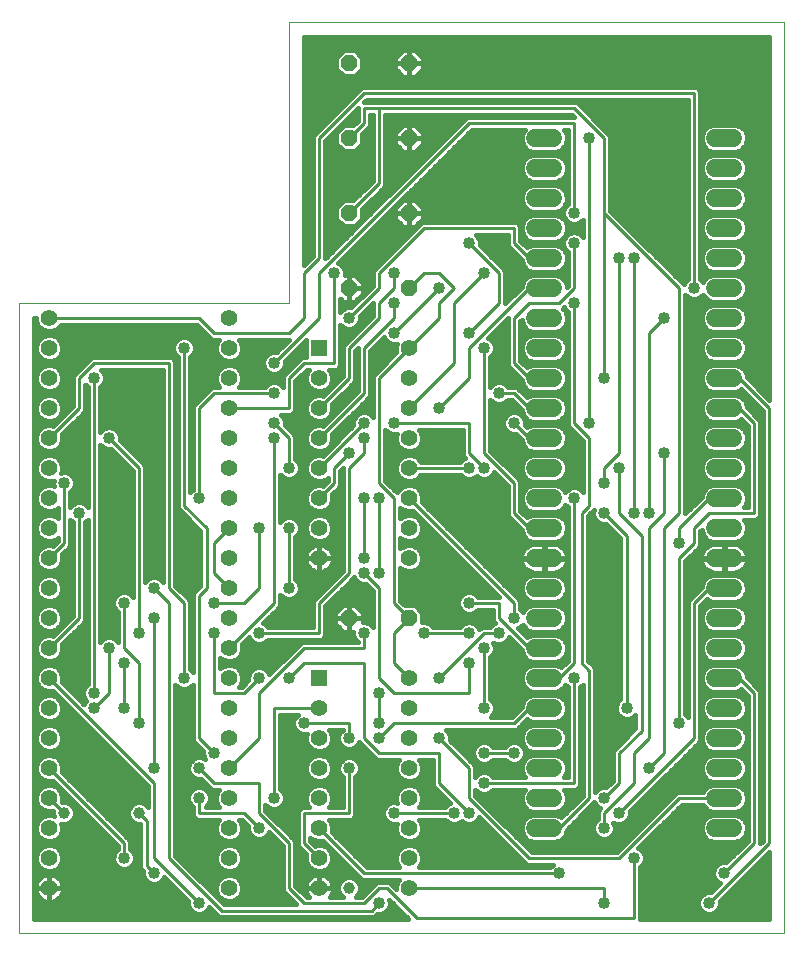
<source format=gtl>
G75*
%MOIN*%
%OFA0B0*%
%FSLAX24Y24*%
%IPPOS*%
%LPD*%
%AMOC8*
5,1,8,0,0,1.08239X$1,22.5*
%
%ADD10C,0.0000*%
%ADD11C,0.0554*%
%ADD12C,0.0594*%
%ADD13R,0.0554X0.0554*%
%ADD14OC8,0.0554*%
%ADD15C,0.0100*%
%ADD16C,0.0400*%
%ADD17C,0.0396*%
%ADD18C,0.0160*%
D10*
X000180Y000180D02*
X000180Y021180D01*
X009180Y021180D01*
X009180Y030550D01*
X025672Y030550D01*
X025672Y000180D01*
X000180Y000180D01*
D11*
X001180Y001680D03*
X001180Y002680D03*
X001180Y003680D03*
X001180Y004680D03*
X001180Y005680D03*
X001180Y006680D03*
X001180Y007680D03*
X001180Y008680D03*
X001180Y009680D03*
X001180Y010680D03*
X001180Y011680D03*
X001180Y012680D03*
X001180Y013680D03*
X001180Y014680D03*
X001180Y015680D03*
X001180Y016680D03*
X001180Y017680D03*
X001180Y018680D03*
X001180Y019680D03*
X001180Y020680D03*
X007180Y020680D03*
X007180Y019680D03*
X007180Y018680D03*
X007180Y017680D03*
X007180Y016680D03*
X007180Y015680D03*
X007180Y014680D03*
X007180Y013680D03*
X007180Y012680D03*
X007180Y011680D03*
X007180Y010680D03*
X007180Y009680D03*
X007180Y008680D03*
X007180Y007680D03*
X007180Y006680D03*
X007180Y005680D03*
X007180Y004680D03*
X007180Y003680D03*
X007180Y002680D03*
X007180Y001680D03*
X010180Y001680D03*
X010180Y002680D03*
X010180Y003680D03*
X010180Y004680D03*
X010180Y005680D03*
X010180Y006680D03*
X010180Y007680D03*
X013180Y007680D03*
X013180Y006680D03*
X013180Y005680D03*
X013180Y004680D03*
X013180Y003680D03*
X013180Y002680D03*
X013180Y001680D03*
X013180Y008680D03*
X013180Y012680D03*
X013180Y013680D03*
X013180Y014680D03*
X013180Y015680D03*
X013180Y016680D03*
X013180Y017680D03*
X013180Y018680D03*
X013180Y019680D03*
X010180Y018680D03*
X010180Y017680D03*
X010180Y016680D03*
X010180Y015680D03*
X010180Y014680D03*
X010180Y013680D03*
X010180Y012680D03*
D12*
X017383Y012680D02*
X017977Y012680D01*
X017977Y013680D02*
X017383Y013680D01*
X017383Y014680D02*
X017977Y014680D01*
X017977Y015680D02*
X017383Y015680D01*
X017383Y016680D02*
X017977Y016680D01*
X017977Y017680D02*
X017383Y017680D01*
X017383Y018680D02*
X017977Y018680D01*
X017977Y019680D02*
X017383Y019680D01*
X017383Y020680D02*
X017977Y020680D01*
X017977Y021680D02*
X017383Y021680D01*
X017383Y022680D02*
X017977Y022680D01*
X017977Y023680D02*
X017383Y023680D01*
X017383Y024680D02*
X017977Y024680D01*
X017977Y025680D02*
X017383Y025680D01*
X017383Y026680D02*
X017977Y026680D01*
X023383Y026680D02*
X023977Y026680D01*
X023977Y025680D02*
X023383Y025680D01*
X023383Y024680D02*
X023977Y024680D01*
X023977Y023680D02*
X023383Y023680D01*
X023383Y022680D02*
X023977Y022680D01*
X023977Y021680D02*
X023383Y021680D01*
X023383Y020680D02*
X023977Y020680D01*
X023977Y019680D02*
X023383Y019680D01*
X023383Y018680D02*
X023977Y018680D01*
X023977Y017680D02*
X023383Y017680D01*
X023383Y016680D02*
X023977Y016680D01*
X023977Y015680D02*
X023383Y015680D01*
X023383Y014680D02*
X023977Y014680D01*
X023977Y013680D02*
X023383Y013680D01*
X023383Y012680D02*
X023977Y012680D01*
X023977Y011680D02*
X023383Y011680D01*
X023383Y010680D02*
X023977Y010680D01*
X023977Y009680D02*
X023383Y009680D01*
X023383Y008680D02*
X023977Y008680D01*
X023977Y007680D02*
X023383Y007680D01*
X023383Y006680D02*
X023977Y006680D01*
X023977Y005680D02*
X023383Y005680D01*
X023383Y004680D02*
X023977Y004680D01*
X023977Y003680D02*
X023383Y003680D01*
X017977Y003680D02*
X017383Y003680D01*
X017383Y004680D02*
X017977Y004680D01*
X017977Y005680D02*
X017383Y005680D01*
X017383Y006680D02*
X017977Y006680D01*
X017977Y007680D02*
X017383Y007680D01*
X017383Y008680D02*
X017977Y008680D01*
X017977Y009680D02*
X017383Y009680D01*
X017383Y010680D02*
X017977Y010680D01*
X017977Y011680D02*
X017383Y011680D01*
D13*
X010180Y008680D03*
X010180Y019680D03*
D14*
X011180Y021680D03*
X013180Y021680D03*
X013180Y024180D03*
X011180Y024180D03*
X011180Y026680D03*
X013180Y026680D03*
X013180Y029180D03*
X011180Y029180D03*
X011180Y010680D03*
X013180Y010680D03*
D15*
X012680Y011180D01*
X012680Y014680D01*
X012180Y015180D01*
X012180Y018680D01*
X013180Y019680D01*
X014180Y020680D01*
X014180Y021180D01*
X014680Y021680D01*
X014180Y022180D01*
X013680Y022180D01*
X013180Y021680D01*
X012680Y021680D02*
X012680Y022180D01*
X012680Y021680D02*
X012180Y021180D01*
X012180Y020680D01*
X011180Y019680D01*
X011180Y018680D01*
X010180Y017680D01*
X010180Y016680D02*
X011680Y018180D01*
X011680Y019680D01*
X012680Y020680D01*
X012680Y021180D01*
X012180Y021680D02*
X012180Y022180D01*
X013680Y023680D01*
X016680Y023680D01*
X016680Y023180D01*
X017180Y022680D01*
X017680Y022680D01*
X017680Y021680D02*
X017180Y021680D01*
X015180Y019680D01*
X015180Y018680D01*
X014180Y017680D01*
X013180Y017680D02*
X014680Y019180D01*
X014680Y021180D01*
X015680Y022180D01*
X016180Y022180D02*
X016180Y021180D01*
X015180Y020180D01*
X015680Y019680D02*
X015680Y016180D01*
X016680Y015180D01*
X016680Y014180D01*
X017180Y013680D01*
X017680Y013680D01*
X018680Y014680D02*
X018680Y009180D01*
X018180Y008680D01*
X017680Y008680D01*
X017680Y009680D02*
X017180Y009680D01*
X016180Y010680D01*
X016180Y011180D01*
X015180Y011180D01*
X015180Y010180D02*
X013680Y010180D01*
X013180Y010680D02*
X012680Y010180D01*
X012680Y009180D01*
X013180Y008680D01*
X012680Y008180D02*
X015180Y008180D01*
X015180Y009180D01*
X015680Y009680D02*
X015680Y007680D01*
X016680Y007180D02*
X017180Y007680D01*
X017680Y007680D01*
X016680Y007180D02*
X012680Y007180D01*
X012180Y006680D01*
X012180Y006180D02*
X014180Y006180D01*
X014180Y005180D01*
X015180Y004180D01*
X015180Y004680D02*
X017180Y002680D01*
X020180Y002680D01*
X022180Y004680D01*
X023680Y004680D01*
X024680Y003180D02*
X024680Y008180D01*
X024180Y008680D01*
X023680Y008680D01*
X022180Y007180D02*
X022180Y012680D01*
X022680Y013180D01*
X022680Y013680D01*
X023180Y014180D01*
X024680Y014180D01*
X024680Y017180D01*
X024180Y017680D01*
X023680Y017680D01*
X023680Y018680D02*
X024180Y018680D01*
X025180Y017680D01*
X025180Y003180D01*
X023180Y001180D01*
X023680Y002180D02*
X024680Y003180D01*
X022680Y006680D02*
X022680Y011180D01*
X023180Y011680D01*
X023680Y011680D01*
X022180Y013180D02*
X022180Y013680D01*
X023180Y014680D01*
X023680Y014680D01*
X022180Y014180D02*
X022180Y021680D01*
X019680Y024180D01*
X019680Y018680D01*
X019180Y017180D02*
X019180Y026680D01*
X019680Y026680D02*
X018680Y027680D01*
X012180Y027680D01*
X012180Y025180D01*
X011180Y024180D01*
X010180Y022680D02*
X010180Y026680D01*
X011680Y028180D01*
X022680Y028180D01*
X022680Y021680D01*
X021680Y020680D02*
X021180Y020180D01*
X021180Y014180D01*
X021680Y014180D02*
X021180Y013680D01*
X021180Y006680D01*
X020680Y006180D01*
X020680Y005180D01*
X019680Y004180D01*
X019680Y003680D01*
X020180Y004180D02*
X022680Y006680D01*
X021680Y006180D02*
X021680Y013680D01*
X022180Y014180D01*
X021680Y014180D02*
X021680Y016180D01*
X020180Y016180D02*
X019680Y015680D01*
X019680Y015180D01*
X020180Y015680D02*
X020180Y014180D01*
X020930Y013430D01*
X020930Y006930D01*
X020180Y006180D01*
X020180Y005180D01*
X019680Y004680D01*
X019180Y004680D02*
X019180Y008930D01*
X018930Y009180D01*
X018930Y014180D01*
X019180Y014430D01*
X019180Y016680D01*
X018680Y017180D01*
X018680Y021180D01*
X018180Y021180D02*
X018680Y021680D01*
X018680Y023180D01*
X018680Y024180D02*
X018680Y027180D01*
X015180Y027180D01*
X010180Y022180D01*
X010180Y020680D01*
X008680Y019180D01*
X009180Y018680D02*
X009680Y019180D01*
X010680Y019180D01*
X010680Y022180D01*
X010180Y022680D02*
X009680Y022180D01*
X009680Y020680D01*
X009180Y020180D01*
X006680Y020180D01*
X006180Y020680D01*
X001180Y020680D01*
X002680Y019180D02*
X005180Y019180D01*
X005180Y011680D01*
X005680Y011180D01*
X005680Y008680D01*
X006680Y008180D02*
X006680Y010180D01*
X007180Y009680D02*
X008680Y011180D01*
X008680Y016680D01*
X009180Y016680D02*
X008680Y017180D01*
X009180Y017680D02*
X009180Y018680D01*
X008680Y018180D02*
X006680Y018180D01*
X006180Y017680D01*
X006180Y014680D01*
X005680Y014430D02*
X006430Y013680D01*
X006430Y011680D01*
X006180Y011430D01*
X006180Y006680D01*
X006680Y006180D01*
X006180Y005680D02*
X006680Y005180D01*
X008180Y005180D01*
X008180Y004180D01*
X009180Y003180D01*
X009180Y001680D01*
X009680Y001180D01*
X011680Y001180D01*
X012180Y001680D01*
X012430Y001680D01*
X013430Y000680D01*
X020680Y000680D01*
X020680Y002680D01*
X019680Y001680D02*
X019680Y001180D01*
X019680Y001680D02*
X013180Y001680D01*
X012180Y001180D02*
X011930Y000930D01*
X006930Y000930D01*
X005180Y002680D01*
X005180Y011180D01*
X004680Y011680D01*
X004680Y010680D02*
X004680Y005680D01*
X004680Y005180D02*
X004680Y002680D01*
X006180Y001180D01*
X004680Y002180D02*
X004430Y002430D01*
X004430Y003930D01*
X004180Y004180D01*
X003680Y003180D02*
X003680Y002680D01*
X003680Y003180D02*
X001180Y005680D01*
X001180Y004680D02*
X001680Y004180D01*
X004180Y007180D02*
X004180Y009180D01*
X003680Y009680D01*
X003680Y011180D01*
X004180Y010180D02*
X004180Y015680D01*
X003180Y016680D01*
X002180Y017680D02*
X002180Y018680D01*
X002680Y019180D01*
X002680Y018680D02*
X002680Y008180D01*
X003180Y008180D02*
X002680Y007680D01*
X003180Y008180D02*
X003180Y009680D01*
X003680Y009180D02*
X003680Y007680D01*
X004680Y005180D02*
X001180Y008680D01*
X001180Y009680D02*
X002180Y010680D01*
X002180Y014180D01*
X001680Y015180D02*
X001680Y013180D01*
X001180Y012680D01*
X001180Y016680D02*
X002180Y017680D01*
X005680Y019680D02*
X005680Y014430D01*
X006680Y013180D02*
X007180Y013680D01*
X006680Y013180D02*
X006680Y012180D01*
X007180Y011680D01*
X006680Y011180D02*
X007680Y011180D01*
X008180Y011680D01*
X008180Y013680D01*
X009180Y013680D02*
X009180Y011680D01*
X010180Y011180D02*
X011180Y012180D01*
X011180Y015680D01*
X011680Y016180D01*
X011680Y016680D01*
X011680Y017180D02*
X010180Y015680D01*
X010680Y015680D02*
X010680Y015180D01*
X010180Y014680D01*
X010680Y015680D02*
X011180Y016180D01*
X011680Y014680D02*
X011680Y012680D01*
X011680Y012180D02*
X012180Y011680D01*
X012180Y008680D01*
X012680Y008180D01*
X012180Y008180D02*
X012180Y007180D01*
X011680Y006680D02*
X012180Y006180D01*
X011680Y006680D02*
X011680Y009180D01*
X009680Y009180D01*
X009180Y008680D01*
X009680Y009680D02*
X011680Y009680D01*
X011680Y010180D01*
X010180Y010180D02*
X010180Y011180D01*
X010180Y010180D02*
X008180Y010180D01*
X008180Y008680D02*
X007680Y008180D01*
X006680Y008180D01*
X008180Y008180D02*
X008180Y006680D01*
X007180Y005680D01*
X006180Y004680D02*
X006180Y004180D01*
X007680Y004180D01*
X008180Y003680D01*
X008680Y004680D02*
X008680Y007680D01*
X010180Y007680D01*
X009680Y007180D02*
X011180Y007180D01*
X011180Y006680D01*
X011180Y005680D02*
X011180Y004180D01*
X009680Y004180D01*
X009680Y003180D01*
X010180Y002680D01*
X010180Y003680D02*
X011680Y002180D01*
X018180Y002180D01*
X018180Y003680D02*
X017680Y003680D01*
X018180Y003680D02*
X019180Y004680D01*
X018680Y005180D02*
X018680Y008680D01*
X020430Y007680D02*
X020430Y013430D01*
X019680Y014180D01*
X020680Y014180D02*
X020680Y022680D01*
X020180Y022680D02*
X020180Y016180D01*
X017680Y016680D02*
X017180Y016680D01*
X016680Y017180D01*
X017180Y017680D02*
X017680Y017680D01*
X017180Y017680D02*
X016680Y018180D01*
X016180Y018180D01*
X017180Y018680D02*
X016680Y019180D01*
X016680Y020680D01*
X017180Y021180D01*
X018180Y021180D01*
X016180Y022180D02*
X015180Y023180D01*
X014180Y021680D02*
X012680Y020180D01*
X012180Y021680D02*
X011180Y020680D01*
X009180Y017680D02*
X007180Y017680D01*
X009180Y016680D02*
X009180Y015680D01*
X012180Y014680D02*
X012180Y012180D01*
X013180Y014680D02*
X016680Y011180D01*
X016680Y010680D01*
X016180Y010180D02*
X015680Y010180D01*
X014180Y008680D01*
X014180Y006680D02*
X015180Y005680D01*
X015180Y004680D01*
X014680Y004180D02*
X012680Y004180D01*
X015680Y005180D02*
X018680Y005180D01*
X016680Y006180D02*
X015680Y006180D01*
X021180Y005680D02*
X021680Y006180D01*
X015680Y015680D02*
X015180Y016180D01*
X015180Y017180D01*
X012680Y017180D01*
X013180Y015680D02*
X015180Y015680D01*
X017180Y018680D02*
X017680Y018680D01*
X019680Y024180D02*
X019680Y026680D01*
X012180Y027680D02*
X011680Y027680D01*
X011680Y027180D01*
X011180Y026680D01*
X009680Y009680D02*
X008180Y008180D01*
D16*
X008180Y008680D03*
X009180Y008680D03*
X008180Y010180D03*
X009180Y011680D03*
X009180Y013680D03*
X008180Y013680D03*
X009180Y015680D03*
X008680Y016680D03*
X008680Y017180D03*
X008680Y018180D03*
X008680Y019180D03*
X010680Y022180D03*
X011180Y020680D03*
X012680Y020180D03*
X012680Y021180D03*
X012680Y022180D03*
X014180Y021680D03*
X015180Y020180D03*
X015680Y019680D03*
X016180Y018180D03*
X016680Y017180D03*
X015680Y015680D03*
X015180Y015680D03*
X014180Y017680D03*
X012680Y017180D03*
X011680Y017180D03*
X011680Y016680D03*
X011180Y016180D03*
X011680Y014680D03*
X012180Y014680D03*
X011680Y012680D03*
X011680Y012180D03*
X012180Y012180D03*
X011680Y010180D03*
X012180Y008180D03*
X012180Y007180D03*
X012180Y006680D03*
X011180Y006680D03*
X011180Y005680D03*
X012680Y004180D03*
X014680Y004180D03*
X015180Y004180D03*
X015680Y005180D03*
X015680Y006180D03*
X016680Y006180D03*
X015680Y007680D03*
X015180Y009180D03*
X015680Y009680D03*
X015180Y010180D03*
X015180Y011180D03*
X016180Y010180D03*
X016680Y010680D03*
X018680Y008680D03*
X020430Y007680D03*
X022180Y007180D03*
X021180Y005680D03*
X020180Y004180D03*
X019680Y003680D03*
X020680Y002680D03*
X019680Y001180D03*
X018180Y002180D03*
X019680Y004680D03*
X023180Y001180D03*
X023680Y002180D03*
X022180Y013180D03*
X021180Y014180D03*
X020680Y014180D03*
X019680Y014180D03*
X019680Y015180D03*
X020180Y015680D03*
X021680Y016180D03*
X019680Y018680D03*
X019180Y017180D03*
X018680Y014680D03*
X014180Y008680D03*
X013680Y010180D03*
X014180Y006680D03*
X009680Y007180D03*
X008680Y004680D03*
X008180Y003680D03*
X006180Y004680D03*
X006180Y005680D03*
X006680Y006180D03*
X004680Y005680D03*
X004180Y007180D03*
X003680Y007680D03*
X002680Y007680D03*
X002680Y008180D03*
X003680Y009180D03*
X003180Y009680D03*
X004180Y010180D03*
X004680Y010680D03*
X004680Y011680D03*
X003680Y011180D03*
X005680Y008680D03*
X006680Y010180D03*
X006680Y011180D03*
X006180Y014680D03*
X003180Y016680D03*
X002680Y018680D03*
X005680Y019680D03*
X001680Y015180D03*
X002180Y014180D03*
X003680Y002680D03*
X004680Y002180D03*
X006180Y001180D03*
X012180Y001180D03*
X021680Y020680D03*
X022680Y021680D03*
X020680Y022680D03*
X020180Y022680D03*
X018680Y023180D03*
X018680Y024180D03*
X019180Y026680D03*
X015680Y022180D03*
X015180Y023180D03*
X018680Y021180D03*
D17*
X015180Y024180D03*
X015180Y026180D03*
X015180Y029180D03*
X021430Y026930D03*
X024180Y029180D03*
X019430Y013430D03*
X019930Y009930D03*
X016430Y012680D03*
X015430Y013180D03*
X014180Y012680D03*
X014180Y010680D03*
X008680Y010680D03*
X005680Y011680D03*
X005680Y013180D03*
X004680Y013430D03*
X003680Y013680D03*
X003930Y017680D03*
X002180Y019930D03*
X002430Y006180D03*
X003430Y004680D03*
X004180Y004180D03*
X005930Y003680D03*
X008430Y001680D03*
X011180Y001680D03*
X014430Y002930D03*
X022180Y003180D03*
X022430Y005430D03*
X024180Y001180D03*
X024680Y011180D03*
X002680Y002680D03*
X002680Y001680D03*
X001680Y004180D03*
D18*
X001823Y004509D02*
X002055Y004509D01*
X001984Y004383D02*
X001883Y004484D01*
X001751Y004538D01*
X001619Y004538D01*
X001602Y004555D01*
X001617Y004593D01*
X001617Y004767D01*
X001551Y004928D01*
X001428Y005051D01*
X001267Y005117D01*
X001093Y005117D01*
X000932Y005051D01*
X000809Y004928D01*
X000743Y004767D01*
X000743Y004593D01*
X000809Y004432D01*
X000932Y004309D01*
X001093Y004243D01*
X001267Y004243D01*
X001305Y004258D01*
X001322Y004241D01*
X001322Y004109D01*
X001329Y004091D01*
X001267Y004117D01*
X001093Y004117D01*
X000932Y004051D01*
X000809Y003928D01*
X000743Y003767D01*
X000743Y003593D01*
X000809Y003432D01*
X000932Y003309D01*
X001093Y003243D01*
X001267Y003243D01*
X001428Y003309D01*
X001551Y003432D01*
X001617Y003593D01*
X001617Y003767D01*
X001591Y003829D01*
X001609Y003822D01*
X001751Y003822D01*
X001883Y003876D01*
X001984Y003977D01*
X002038Y004109D01*
X002038Y004251D01*
X001984Y004383D01*
X001997Y004350D02*
X002213Y004350D01*
X002372Y004192D02*
X002038Y004192D01*
X002007Y004033D02*
X002530Y004033D01*
X002689Y003875D02*
X001878Y003875D01*
X001617Y003716D02*
X002847Y003716D01*
X003006Y003558D02*
X001602Y003558D01*
X001517Y003399D02*
X003164Y003399D01*
X003323Y003241D02*
X000660Y003241D01*
X000660Y003399D02*
X000843Y003399D01*
X000758Y003558D02*
X000660Y003558D01*
X000660Y003716D02*
X000743Y003716D01*
X000787Y003875D02*
X000660Y003875D01*
X000660Y004033D02*
X000915Y004033D01*
X000660Y004192D02*
X001322Y004192D01*
X000892Y004350D02*
X000660Y004350D01*
X000660Y004509D02*
X000778Y004509D01*
X000743Y004667D02*
X000660Y004667D01*
X000660Y004826D02*
X000767Y004826D01*
X000866Y004984D02*
X000660Y004984D01*
X000660Y005143D02*
X001421Y005143D01*
X001305Y005258D02*
X003470Y003093D01*
X003470Y002979D01*
X003375Y002884D01*
X003320Y002752D01*
X003320Y002608D01*
X003375Y002476D01*
X003476Y002375D01*
X003608Y002320D01*
X003752Y002320D01*
X003884Y002375D01*
X003985Y002476D01*
X004040Y002608D01*
X004040Y002752D01*
X003985Y002884D01*
X003890Y002979D01*
X003890Y003267D01*
X003767Y003390D01*
X001602Y005555D01*
X001617Y005593D01*
X001617Y005767D01*
X001551Y005928D01*
X001428Y006051D01*
X001267Y006117D01*
X001093Y006117D01*
X000932Y006051D01*
X000809Y005928D01*
X000743Y005767D01*
X000743Y005593D01*
X000809Y005432D01*
X000932Y005309D01*
X001093Y005243D01*
X001267Y005243D01*
X001305Y005258D01*
X001494Y004984D02*
X001579Y004984D01*
X001593Y004826D02*
X001738Y004826D01*
X001617Y004667D02*
X001896Y004667D01*
X002173Y004984D02*
X004470Y004984D01*
X004470Y005093D02*
X004470Y004396D01*
X004383Y004484D01*
X004251Y004538D01*
X004109Y004538D01*
X003977Y004484D01*
X003876Y004383D01*
X003822Y004251D01*
X003822Y004109D01*
X003876Y003977D01*
X003977Y003876D01*
X004109Y003822D01*
X004220Y003822D01*
X004220Y002343D01*
X004320Y002243D01*
X004320Y002108D01*
X004375Y001976D01*
X004476Y001875D01*
X004608Y001820D01*
X004752Y001820D01*
X004884Y001875D01*
X004985Y001976D01*
X005015Y002048D01*
X005820Y001243D01*
X005820Y001108D01*
X005875Y000976D01*
X005976Y000875D01*
X006108Y000820D01*
X006252Y000820D01*
X006384Y000875D01*
X006485Y000976D01*
X006515Y001048D01*
X006720Y000843D01*
X006843Y000720D01*
X012017Y000720D01*
X012117Y000820D01*
X012252Y000820D01*
X012384Y000875D01*
X012485Y000976D01*
X012540Y001108D01*
X012540Y001252D01*
X012525Y001288D01*
X013153Y000660D01*
X000660Y000660D01*
X000660Y020700D01*
X000743Y020700D01*
X000743Y020593D01*
X000809Y020432D01*
X000932Y020309D01*
X001093Y020243D01*
X001267Y020243D01*
X001428Y020309D01*
X001551Y020432D01*
X001566Y020470D01*
X006093Y020470D01*
X006470Y020093D01*
X006593Y019970D01*
X006852Y019970D01*
X006809Y019928D01*
X006743Y019767D01*
X006743Y019593D01*
X006809Y019432D01*
X006932Y019309D01*
X007093Y019243D01*
X007267Y019243D01*
X007428Y019309D01*
X007551Y019432D01*
X007617Y019593D01*
X007617Y019767D01*
X007551Y019928D01*
X007508Y019970D01*
X009173Y019970D01*
X008743Y019540D01*
X008608Y019540D01*
X008476Y019485D01*
X008375Y019384D01*
X008320Y019252D01*
X008320Y019108D01*
X008375Y018976D01*
X008476Y018875D01*
X008608Y018820D01*
X008752Y018820D01*
X008884Y018875D01*
X008985Y018976D01*
X009040Y019108D01*
X009040Y019243D01*
X009743Y019946D01*
X009743Y019390D01*
X009593Y019390D01*
X009470Y019267D01*
X008970Y018767D01*
X008970Y018399D01*
X008884Y018485D01*
X008752Y018540D01*
X008608Y018540D01*
X008476Y018485D01*
X008381Y018390D01*
X007508Y018390D01*
X007551Y018432D01*
X007617Y018593D01*
X007617Y018767D01*
X007551Y018928D01*
X007428Y019051D01*
X007267Y019117D01*
X007093Y019117D01*
X006932Y019051D01*
X006809Y018928D01*
X006743Y018767D01*
X006743Y018593D01*
X006809Y018432D01*
X006852Y018390D01*
X006593Y018390D01*
X006470Y018267D01*
X005970Y017767D01*
X005970Y014979D01*
X005890Y014899D01*
X005890Y019381D01*
X005985Y019476D01*
X006040Y019608D01*
X006040Y019752D01*
X005985Y019884D01*
X005884Y019985D01*
X005752Y020040D01*
X005608Y020040D01*
X005476Y019985D01*
X005375Y019884D01*
X005320Y019752D01*
X005320Y019608D01*
X005375Y019476D01*
X005470Y019381D01*
X005470Y014343D01*
X006220Y013593D01*
X006220Y011767D01*
X005970Y011517D01*
X005970Y008899D01*
X005890Y008979D01*
X005890Y011267D01*
X005767Y011390D01*
X005390Y011767D01*
X005390Y019267D01*
X005267Y019390D01*
X002593Y019390D01*
X002470Y019267D01*
X001970Y018767D01*
X001970Y017767D01*
X001305Y017102D01*
X001267Y017117D01*
X001093Y017117D01*
X000932Y017051D01*
X000809Y016928D01*
X000743Y016767D01*
X000743Y016593D01*
X000809Y016432D01*
X000932Y016309D01*
X001093Y016243D01*
X001267Y016243D01*
X001428Y016309D01*
X001551Y016432D01*
X001617Y016593D01*
X001617Y016767D01*
X001602Y016805D01*
X002267Y017470D01*
X002390Y017593D01*
X002390Y018461D01*
X002470Y018381D01*
X002470Y014399D01*
X002384Y014485D01*
X002252Y014540D01*
X002108Y014540D01*
X001976Y014485D01*
X001890Y014399D01*
X001890Y014881D01*
X001985Y014976D01*
X002040Y015108D01*
X002040Y015252D01*
X001985Y015384D01*
X001884Y015485D01*
X001752Y015540D01*
X001608Y015540D01*
X001592Y015533D01*
X001617Y015593D01*
X001617Y015767D01*
X001551Y015928D01*
X001428Y016051D01*
X001267Y016117D01*
X001093Y016117D01*
X000932Y016051D01*
X000809Y015928D01*
X000743Y015767D01*
X000743Y015593D01*
X000809Y015432D01*
X000932Y015309D01*
X001093Y015243D01*
X001267Y015243D01*
X001327Y015268D01*
X001320Y015252D01*
X001320Y015108D01*
X001327Y015092D01*
X001267Y015117D01*
X001093Y015117D01*
X000932Y015051D01*
X000809Y014928D01*
X000743Y014767D01*
X000743Y014593D01*
X000809Y014432D01*
X000932Y014309D01*
X001093Y014243D01*
X001267Y014243D01*
X001428Y014309D01*
X001470Y014352D01*
X001470Y014008D01*
X001428Y014051D01*
X001267Y014117D01*
X001093Y014117D01*
X000932Y014051D01*
X000809Y013928D01*
X000743Y013767D01*
X000743Y013593D01*
X000809Y013432D01*
X000932Y013309D01*
X001093Y013243D01*
X001267Y013243D01*
X001428Y013309D01*
X001470Y013352D01*
X001470Y013267D01*
X001305Y013102D01*
X001267Y013117D01*
X001093Y013117D01*
X000932Y013051D01*
X000809Y012928D01*
X000743Y012767D01*
X000743Y012593D01*
X000809Y012432D01*
X000932Y012309D01*
X001093Y012243D01*
X001267Y012243D01*
X001428Y012309D01*
X001551Y012432D01*
X001617Y012593D01*
X001617Y012767D01*
X001602Y012805D01*
X001767Y012970D01*
X001890Y013093D01*
X001890Y013961D01*
X001970Y013881D01*
X001970Y010767D01*
X001305Y010102D01*
X001267Y010117D01*
X001093Y010117D01*
X000932Y010051D01*
X000809Y009928D01*
X000743Y009767D01*
X000743Y009593D01*
X000809Y009432D01*
X000932Y009309D01*
X001093Y009243D01*
X001267Y009243D01*
X001428Y009309D01*
X001551Y009432D01*
X001617Y009593D01*
X001617Y009767D01*
X001602Y009805D01*
X002267Y010470D01*
X002390Y010593D01*
X002390Y013881D01*
X002470Y013961D01*
X002470Y008479D01*
X002375Y008384D01*
X002320Y008252D01*
X002320Y008108D01*
X002375Y007976D01*
X002421Y007930D01*
X002375Y007884D01*
X002345Y007812D01*
X001602Y008555D01*
X001617Y008593D01*
X001617Y008767D01*
X001551Y008928D01*
X001428Y009051D01*
X001267Y009117D01*
X001093Y009117D01*
X000932Y009051D01*
X000809Y008928D01*
X000743Y008767D01*
X000743Y008593D01*
X000809Y008432D01*
X000932Y008309D01*
X001093Y008243D01*
X001267Y008243D01*
X001305Y008258D01*
X004470Y005093D01*
X004421Y005143D02*
X002014Y005143D01*
X001856Y005301D02*
X004262Y005301D01*
X004104Y005460D02*
X001697Y005460D01*
X001617Y005618D02*
X003945Y005618D01*
X003787Y005777D02*
X001613Y005777D01*
X001543Y005935D02*
X003628Y005935D01*
X003470Y006094D02*
X001324Y006094D01*
X001267Y006243D02*
X001428Y006309D01*
X001551Y006432D01*
X001617Y006593D01*
X001617Y006767D01*
X001551Y006928D01*
X001428Y007051D01*
X001267Y007117D01*
X001093Y007117D01*
X000932Y007051D01*
X000809Y006928D01*
X000743Y006767D01*
X000743Y006593D01*
X000809Y006432D01*
X000932Y006309D01*
X001093Y006243D01*
X001267Y006243D01*
X001289Y006252D02*
X003311Y006252D01*
X003153Y006411D02*
X001529Y006411D01*
X001607Y006569D02*
X002994Y006569D01*
X002836Y006728D02*
X001617Y006728D01*
X001568Y006886D02*
X002677Y006886D01*
X002519Y007045D02*
X001434Y007045D01*
X001267Y007243D02*
X001428Y007309D01*
X001551Y007432D01*
X001617Y007593D01*
X001617Y007767D01*
X001551Y007928D01*
X001428Y008051D01*
X001267Y008117D01*
X001093Y008117D01*
X000932Y008051D01*
X000809Y007928D01*
X000743Y007767D01*
X000743Y007593D01*
X000809Y007432D01*
X000932Y007309D01*
X001093Y007243D01*
X001267Y007243D01*
X001480Y007362D02*
X002202Y007362D01*
X002360Y007203D02*
X000660Y007203D01*
X000660Y007045D02*
X000926Y007045D01*
X000792Y006886D02*
X000660Y006886D01*
X000660Y006728D02*
X000743Y006728D01*
X000753Y006569D02*
X000660Y006569D01*
X000660Y006411D02*
X000831Y006411D01*
X000660Y006252D02*
X001071Y006252D01*
X001036Y006094D02*
X000660Y006094D01*
X000660Y005935D02*
X000817Y005935D01*
X000747Y005777D02*
X000660Y005777D01*
X000660Y005618D02*
X000743Y005618D01*
X000798Y005460D02*
X000660Y005460D01*
X000660Y005301D02*
X000953Y005301D01*
X002331Y004826D02*
X004470Y004826D01*
X004470Y004667D02*
X002490Y004667D01*
X002648Y004509D02*
X004037Y004509D01*
X003863Y004350D02*
X002807Y004350D01*
X002965Y004192D02*
X003822Y004192D01*
X003853Y004033D02*
X003124Y004033D01*
X003282Y003875D02*
X003982Y003875D01*
X004220Y003716D02*
X003441Y003716D01*
X003599Y003558D02*
X004220Y003558D01*
X004220Y003399D02*
X003758Y003399D01*
X003890Y003241D02*
X004220Y003241D01*
X004220Y003082D02*
X003890Y003082D01*
X003946Y002924D02*
X004220Y002924D01*
X004220Y002765D02*
X004034Y002765D01*
X004039Y002607D02*
X004220Y002607D01*
X004220Y002448D02*
X003957Y002448D01*
X004274Y002290D02*
X001380Y002290D01*
X001428Y002309D02*
X001551Y002432D01*
X001617Y002593D01*
X001617Y002767D01*
X001551Y002928D01*
X001428Y003051D01*
X001267Y003117D01*
X001093Y003117D01*
X000932Y003051D01*
X000809Y002928D01*
X000743Y002767D01*
X000743Y002593D01*
X000809Y002432D01*
X000932Y002309D01*
X001093Y002243D01*
X001267Y002243D01*
X001428Y002309D01*
X001557Y002448D02*
X003403Y002448D01*
X003321Y002607D02*
X001617Y002607D01*
X001617Y002765D02*
X003326Y002765D01*
X003414Y002924D02*
X001552Y002924D01*
X001352Y003082D02*
X003470Y003082D01*
X004320Y002131D02*
X001255Y002131D01*
X001287Y002126D02*
X001216Y002137D01*
X001189Y002137D01*
X001189Y001689D01*
X001637Y001689D01*
X001637Y001716D01*
X001626Y001787D01*
X001604Y001855D01*
X001571Y001920D01*
X001529Y001978D01*
X001478Y002029D01*
X001420Y002071D01*
X001355Y002104D01*
X001287Y002126D01*
X001189Y002131D02*
X001171Y002131D01*
X001171Y002137D02*
X001144Y002137D01*
X001073Y002126D01*
X001005Y002104D01*
X000940Y002071D01*
X000882Y002029D01*
X000831Y001978D01*
X000789Y001920D01*
X000756Y001855D01*
X000734Y001787D01*
X000723Y001716D01*
X000723Y001689D01*
X001171Y001689D01*
X001171Y002137D01*
X001105Y002131D02*
X000660Y002131D01*
X000660Y001973D02*
X000827Y001973D01*
X000743Y001814D02*
X000660Y001814D01*
X000723Y001671D02*
X000723Y001644D01*
X000734Y001573D01*
X000756Y001505D01*
X000789Y001440D01*
X000831Y001382D01*
X000882Y001331D01*
X000940Y001289D01*
X001005Y001256D01*
X001073Y001234D01*
X001144Y001223D01*
X001171Y001223D01*
X001171Y001671D01*
X001189Y001671D01*
X001189Y001689D01*
X001171Y001689D01*
X001171Y001671D01*
X000723Y001671D01*
X000723Y001656D02*
X000660Y001656D01*
X000660Y001497D02*
X000760Y001497D01*
X000660Y001339D02*
X000875Y001339D01*
X000660Y001180D02*
X005820Y001180D01*
X005856Y001021D02*
X000660Y001021D01*
X000660Y000863D02*
X006005Y000863D01*
X006355Y000863D02*
X006700Y000863D01*
X006720Y000843D02*
X006720Y000843D01*
X006542Y001021D02*
X006504Y001021D01*
X006818Y001339D02*
X006903Y001339D01*
X006932Y001309D02*
X007093Y001243D01*
X007267Y001243D01*
X007428Y001309D01*
X007551Y001432D01*
X007617Y001593D01*
X007617Y001767D01*
X007551Y001928D01*
X007428Y002051D01*
X007267Y002117D01*
X007093Y002117D01*
X006932Y002051D01*
X006809Y001928D01*
X006743Y001767D01*
X006743Y001593D01*
X006809Y001432D01*
X006932Y001309D01*
X006977Y001180D02*
X009383Y001180D01*
X009423Y001140D02*
X007017Y001140D01*
X005390Y002767D01*
X005390Y008461D01*
X005476Y008375D01*
X005608Y008320D01*
X005752Y008320D01*
X005884Y008375D01*
X005970Y008461D01*
X005970Y006593D01*
X006093Y006470D01*
X006320Y006243D01*
X006320Y006108D01*
X006368Y005992D01*
X006252Y006040D01*
X006108Y006040D01*
X005976Y005985D01*
X005875Y005884D01*
X005820Y005752D01*
X005820Y005608D01*
X005875Y005476D01*
X005976Y005375D01*
X006108Y005320D01*
X006243Y005320D01*
X006470Y005093D01*
X006593Y004970D01*
X006852Y004970D01*
X006809Y004928D01*
X006743Y004767D01*
X006743Y004593D01*
X006809Y004432D01*
X006852Y004390D01*
X006399Y004390D01*
X006485Y004476D01*
X006540Y004608D01*
X006540Y004752D01*
X006485Y004884D01*
X006384Y004985D01*
X006252Y005040D01*
X006108Y005040D01*
X005976Y004985D01*
X005875Y004884D01*
X005820Y004752D01*
X005820Y004608D01*
X005875Y004476D01*
X005970Y004381D01*
X005970Y004093D01*
X006093Y003970D01*
X006852Y003970D01*
X006809Y003928D01*
X006743Y003767D01*
X006743Y003593D01*
X006809Y003432D01*
X006932Y003309D01*
X007093Y003243D01*
X007267Y003243D01*
X007428Y003309D01*
X007551Y003432D01*
X007617Y003593D01*
X007617Y003767D01*
X007551Y003928D01*
X007508Y003970D01*
X007593Y003970D01*
X007820Y003743D01*
X007820Y003608D01*
X007875Y003476D01*
X007976Y003375D01*
X008108Y003320D01*
X008252Y003320D01*
X008384Y003375D01*
X008485Y003476D01*
X008515Y003548D01*
X008970Y003093D01*
X008970Y001593D01*
X009423Y001140D01*
X009225Y001339D02*
X007457Y001339D01*
X007577Y001497D02*
X009066Y001497D01*
X008970Y001656D02*
X007617Y001656D01*
X007598Y001814D02*
X008970Y001814D01*
X008970Y001973D02*
X007506Y001973D01*
X007380Y002290D02*
X008970Y002290D01*
X008970Y002448D02*
X007557Y002448D01*
X007551Y002432D02*
X007617Y002593D01*
X007617Y002767D01*
X007551Y002928D01*
X007428Y003051D01*
X007267Y003117D01*
X007093Y003117D01*
X006932Y003051D01*
X006809Y002928D01*
X006743Y002767D01*
X006743Y002593D01*
X006809Y002432D01*
X006932Y002309D01*
X007093Y002243D01*
X007267Y002243D01*
X007428Y002309D01*
X007551Y002432D01*
X007617Y002607D02*
X008970Y002607D01*
X008970Y002765D02*
X007617Y002765D01*
X007552Y002924D02*
X008970Y002924D01*
X008970Y003082D02*
X007352Y003082D01*
X007008Y003082D02*
X005390Y003082D01*
X005390Y002924D02*
X006808Y002924D01*
X006743Y002765D02*
X005392Y002765D01*
X005550Y002607D02*
X006743Y002607D01*
X006803Y002448D02*
X005709Y002448D01*
X005867Y002290D02*
X006980Y002290D01*
X006854Y001973D02*
X006184Y001973D01*
X006026Y002131D02*
X008970Y002131D01*
X009390Y002131D02*
X010105Y002131D01*
X010073Y002126D02*
X010144Y002137D01*
X010171Y002137D01*
X010171Y001689D01*
X010189Y001689D01*
X010189Y002137D01*
X010216Y002137D01*
X010287Y002126D01*
X010355Y002104D01*
X010420Y002071D01*
X010478Y002029D01*
X010529Y001978D01*
X010571Y001920D01*
X010604Y001855D01*
X010626Y001787D01*
X010637Y001716D01*
X010637Y001689D01*
X010189Y001689D01*
X010189Y001671D01*
X010637Y001671D01*
X010637Y001644D01*
X010626Y001573D01*
X010604Y001505D01*
X010571Y001440D01*
X010534Y001390D01*
X010964Y001390D01*
X010876Y001477D01*
X010822Y001609D01*
X010822Y001751D01*
X010876Y001883D01*
X010977Y001984D01*
X011109Y002038D01*
X011251Y002038D01*
X011383Y001984D01*
X011484Y001883D01*
X011538Y001751D01*
X011538Y001609D01*
X011484Y001477D01*
X011396Y001390D01*
X011593Y001390D01*
X011970Y001767D01*
X012093Y001890D01*
X012517Y001890D01*
X012743Y001664D01*
X012743Y001767D01*
X012809Y001928D01*
X012852Y001970D01*
X011593Y001970D01*
X011470Y002093D01*
X010305Y003258D01*
X010267Y003243D01*
X010093Y003243D01*
X009932Y003309D01*
X009890Y003352D01*
X009890Y003267D01*
X010055Y003102D01*
X010093Y003117D01*
X010267Y003117D01*
X010428Y003051D01*
X010551Y002928D01*
X010617Y002767D01*
X010617Y002593D01*
X010551Y002432D01*
X010428Y002309D01*
X010267Y002243D01*
X010093Y002243D01*
X009932Y002309D01*
X009809Y002432D01*
X009743Y002593D01*
X009743Y002767D01*
X009758Y002805D01*
X009593Y002970D01*
X009470Y003093D01*
X009470Y004267D01*
X009593Y004390D01*
X009852Y004390D01*
X009809Y004432D01*
X009743Y004593D01*
X009743Y004767D01*
X009809Y004928D01*
X009932Y005051D01*
X010093Y005117D01*
X010267Y005117D01*
X010428Y005051D01*
X010551Y004928D01*
X010617Y004767D01*
X010617Y004593D01*
X010551Y004432D01*
X010508Y004390D01*
X010970Y004390D01*
X010970Y005381D01*
X010875Y005476D01*
X010820Y005608D01*
X010820Y005752D01*
X010875Y005884D01*
X010976Y005985D01*
X011108Y006040D01*
X011252Y006040D01*
X011384Y005985D01*
X011485Y005884D01*
X011540Y005752D01*
X011540Y005608D01*
X011485Y005476D01*
X011390Y005381D01*
X011390Y004093D01*
X011267Y003970D01*
X010508Y003970D01*
X010551Y003928D01*
X010617Y003767D01*
X010617Y003593D01*
X010602Y003555D01*
X011767Y002390D01*
X012852Y002390D01*
X012809Y002432D01*
X012743Y002593D01*
X012743Y002767D01*
X012809Y002928D01*
X012932Y003051D01*
X013093Y003117D01*
X013267Y003117D01*
X013428Y003051D01*
X013551Y002928D01*
X013617Y002767D01*
X013617Y002593D01*
X013551Y002432D01*
X013508Y002390D01*
X017881Y002390D01*
X017961Y002470D01*
X017093Y002470D01*
X016970Y002593D01*
X015515Y004048D01*
X015485Y003976D01*
X015384Y003875D01*
X015252Y003820D01*
X015108Y003820D01*
X014976Y003875D01*
X014930Y003921D01*
X014884Y003875D01*
X014752Y003820D01*
X014608Y003820D01*
X014476Y003875D01*
X014381Y003970D01*
X013508Y003970D01*
X013551Y003928D01*
X013617Y003767D01*
X013617Y003593D01*
X013551Y003432D01*
X013428Y003309D01*
X013267Y003243D01*
X013093Y003243D01*
X012932Y003309D01*
X012809Y003432D01*
X012743Y003593D01*
X012743Y003767D01*
X012768Y003827D01*
X012752Y003820D01*
X012608Y003820D01*
X012476Y003875D01*
X012375Y003976D01*
X012320Y004108D01*
X012320Y004252D01*
X012375Y004384D01*
X012476Y004485D01*
X012608Y004540D01*
X012752Y004540D01*
X012768Y004533D01*
X012743Y004593D01*
X012743Y004767D01*
X012809Y004928D01*
X012932Y005051D01*
X013093Y005117D01*
X013267Y005117D01*
X013428Y005051D01*
X013551Y004928D01*
X013617Y004767D01*
X013617Y004593D01*
X013551Y004432D01*
X013508Y004390D01*
X014381Y004390D01*
X014476Y004485D01*
X014548Y004515D01*
X013970Y005093D01*
X013970Y005970D01*
X013508Y005970D01*
X013551Y005928D01*
X013617Y005767D01*
X013617Y005593D01*
X013551Y005432D01*
X013428Y005309D01*
X013267Y005243D01*
X013093Y005243D01*
X012932Y005309D01*
X012809Y005432D01*
X012743Y005593D01*
X012743Y005767D01*
X012809Y005928D01*
X012852Y005970D01*
X012093Y005970D01*
X011970Y006093D01*
X011515Y006548D01*
X011485Y006476D01*
X011384Y006375D01*
X011252Y006320D01*
X011108Y006320D01*
X010976Y006375D01*
X010875Y006476D01*
X010820Y006608D01*
X010820Y006752D01*
X010875Y006884D01*
X010961Y006970D01*
X010508Y006970D01*
X010551Y006928D01*
X010617Y006767D01*
X010617Y006593D01*
X010551Y006432D01*
X010428Y006309D01*
X010267Y006243D01*
X010093Y006243D01*
X009932Y006309D01*
X009809Y006432D01*
X009743Y006593D01*
X009743Y006767D01*
X009768Y006827D01*
X009752Y006820D01*
X009608Y006820D01*
X009476Y006875D01*
X009375Y006976D01*
X009320Y007108D01*
X009320Y007252D01*
X009375Y007384D01*
X009461Y007470D01*
X008890Y007470D01*
X008890Y004979D01*
X008985Y004884D01*
X009040Y004752D01*
X009040Y004608D01*
X008985Y004476D01*
X008884Y004375D01*
X008752Y004320D01*
X008608Y004320D01*
X008476Y004375D01*
X008390Y004461D01*
X008390Y004267D01*
X009267Y003390D01*
X009390Y003267D01*
X009390Y001767D01*
X009767Y001390D01*
X009826Y001390D01*
X009789Y001440D01*
X009756Y001505D01*
X009734Y001573D01*
X009723Y001644D01*
X009723Y001671D01*
X010171Y001671D01*
X010171Y001689D01*
X009723Y001689D01*
X009723Y001716D01*
X009734Y001787D01*
X009756Y001855D01*
X009789Y001920D01*
X009831Y001978D01*
X009882Y002029D01*
X009940Y002071D01*
X010005Y002104D01*
X010073Y002126D01*
X010171Y002131D02*
X010189Y002131D01*
X010255Y002131D02*
X011432Y002131D01*
X011394Y001973D02*
X011591Y001973D01*
X011512Y001814D02*
X012017Y001814D01*
X011859Y001656D02*
X011538Y001656D01*
X011492Y001497D02*
X011700Y001497D01*
X012355Y000863D02*
X012950Y000863D01*
X012792Y001021D02*
X012504Y001021D01*
X012540Y001180D02*
X012633Y001180D01*
X012593Y001814D02*
X012762Y001814D01*
X012803Y002448D02*
X011709Y002448D01*
X011550Y002607D02*
X012743Y002607D01*
X012743Y002765D02*
X011392Y002765D01*
X011233Y002924D02*
X012808Y002924D01*
X013008Y003082D02*
X011075Y003082D01*
X010916Y003241D02*
X016323Y003241D01*
X016164Y003399D02*
X013517Y003399D01*
X013602Y003558D02*
X016006Y003558D01*
X015847Y003716D02*
X013617Y003716D01*
X013573Y003875D02*
X014477Y003875D01*
X014883Y003875D02*
X014977Y003875D01*
X015383Y003875D02*
X015689Y003875D01*
X015530Y004033D02*
X015509Y004033D01*
X015648Y004509D02*
X016960Y004509D01*
X016926Y004589D02*
X016996Y004421D01*
X017124Y004293D01*
X017292Y004223D01*
X018068Y004223D01*
X018236Y004293D01*
X018364Y004421D01*
X018434Y004589D01*
X018434Y004771D01*
X018364Y004939D01*
X018333Y004970D01*
X018767Y004970D01*
X018890Y005093D01*
X018890Y008381D01*
X018970Y008461D01*
X018970Y004767D01*
X018253Y004050D01*
X018236Y004067D01*
X018068Y004137D01*
X017292Y004137D01*
X017124Y004067D01*
X016996Y003939D01*
X016926Y003771D01*
X016926Y003589D01*
X016996Y003421D01*
X017124Y003293D01*
X017292Y003223D01*
X018068Y003223D01*
X018236Y003293D01*
X018364Y003421D01*
X018434Y003589D01*
X018434Y003637D01*
X019345Y004548D01*
X019375Y004476D01*
X019476Y004375D01*
X019548Y004345D01*
X019470Y004267D01*
X019470Y003979D01*
X019375Y003884D01*
X019320Y003752D01*
X019320Y003608D01*
X019375Y003476D01*
X019476Y003375D01*
X019608Y003320D01*
X019752Y003320D01*
X019884Y003375D01*
X019985Y003476D01*
X020040Y003608D01*
X020040Y003752D01*
X019992Y003868D01*
X020108Y003820D01*
X020252Y003820D01*
X020384Y003875D01*
X020485Y003976D01*
X020540Y004108D01*
X020540Y004243D01*
X022767Y006470D01*
X022890Y006593D01*
X022890Y011093D01*
X023107Y011310D01*
X023124Y011293D01*
X023292Y011223D01*
X024068Y011223D01*
X024236Y011293D01*
X024364Y011421D01*
X024434Y011589D01*
X024434Y011771D01*
X024364Y011939D01*
X024236Y012067D01*
X024068Y012137D01*
X023292Y012137D01*
X023124Y012067D01*
X022996Y011939D01*
X022926Y011771D01*
X022926Y011723D01*
X022470Y011267D01*
X022470Y007399D01*
X022390Y007479D01*
X022390Y012593D01*
X022767Y012970D01*
X022890Y013093D01*
X022890Y013593D01*
X022926Y013629D01*
X022926Y013589D01*
X022996Y013421D01*
X023124Y013293D01*
X023292Y013223D01*
X024068Y013223D01*
X024236Y013293D01*
X024364Y013421D01*
X024434Y013589D01*
X024434Y013771D01*
X024364Y013939D01*
X024333Y013970D01*
X024767Y013970D01*
X024890Y014093D01*
X024890Y017267D01*
X024434Y017723D01*
X024434Y017771D01*
X024364Y017939D01*
X024236Y018067D01*
X024068Y018137D01*
X023292Y018137D01*
X023124Y018067D01*
X022996Y017939D01*
X022926Y017771D01*
X022926Y017589D01*
X022996Y017421D01*
X023124Y017293D01*
X023292Y017223D01*
X024068Y017223D01*
X024236Y017293D01*
X024253Y017310D01*
X024470Y017093D01*
X024470Y014390D01*
X024333Y014390D01*
X024364Y014421D01*
X024434Y014589D01*
X024434Y014771D01*
X024364Y014939D01*
X024236Y015067D01*
X024068Y015137D01*
X023292Y015137D01*
X023124Y015067D01*
X022996Y014939D01*
X022926Y014771D01*
X022926Y014723D01*
X022390Y014187D01*
X022390Y021461D01*
X022476Y021375D01*
X022608Y021320D01*
X022752Y021320D01*
X022884Y021375D01*
X022977Y021468D01*
X022996Y021421D01*
X023124Y021293D01*
X023292Y021223D01*
X024068Y021223D01*
X024236Y021293D01*
X024364Y021421D01*
X024434Y021589D01*
X024434Y021771D01*
X024364Y021939D01*
X024236Y022067D01*
X024068Y022137D01*
X023292Y022137D01*
X023124Y022067D01*
X022996Y021939D01*
X022977Y021892D01*
X022890Y021979D01*
X022890Y028267D01*
X022767Y028390D01*
X011593Y028390D01*
X011470Y028267D01*
X009970Y026767D01*
X009970Y022767D01*
X009660Y022457D01*
X009660Y030070D01*
X025192Y030070D01*
X025192Y017965D01*
X024434Y018723D01*
X024434Y018771D01*
X024364Y018939D01*
X024236Y019067D01*
X024068Y019137D01*
X023292Y019137D01*
X023124Y019067D01*
X022996Y018939D01*
X022926Y018771D01*
X022926Y018589D01*
X022996Y018421D01*
X023124Y018293D01*
X023292Y018223D01*
X024068Y018223D01*
X024236Y018293D01*
X024253Y018310D01*
X024970Y017593D01*
X024970Y003267D01*
X024890Y003187D01*
X024890Y008267D01*
X024434Y008723D01*
X024434Y008771D01*
X024364Y008939D01*
X024236Y009067D01*
X024068Y009137D01*
X023292Y009137D01*
X023124Y009067D01*
X022996Y008939D01*
X022926Y008771D01*
X022926Y008589D01*
X022996Y008421D01*
X023124Y008293D01*
X023292Y008223D01*
X024068Y008223D01*
X024236Y008293D01*
X024253Y008310D01*
X024470Y008093D01*
X024470Y003267D01*
X023743Y002540D01*
X023608Y002540D01*
X023476Y002485D01*
X023375Y002384D01*
X023320Y002252D01*
X023320Y002108D01*
X023375Y001976D01*
X023476Y001875D01*
X023548Y001845D01*
X023243Y001540D01*
X023108Y001540D01*
X022976Y001485D01*
X022875Y001384D01*
X022820Y001252D01*
X022820Y001108D01*
X022875Y000976D01*
X022976Y000875D01*
X023108Y000820D01*
X023252Y000820D01*
X023384Y000875D01*
X023485Y000976D01*
X023540Y001108D01*
X023540Y001243D01*
X025192Y002895D01*
X025192Y000660D01*
X020890Y000660D01*
X020890Y002381D01*
X020985Y002476D01*
X021040Y002608D01*
X021040Y002752D01*
X020985Y002884D01*
X020884Y002985D01*
X020812Y003015D01*
X022267Y004470D01*
X022976Y004470D01*
X022996Y004421D01*
X023124Y004293D01*
X023292Y004223D01*
X024068Y004223D01*
X024236Y004293D01*
X024364Y004421D01*
X024434Y004589D01*
X024434Y004771D01*
X024364Y004939D01*
X024236Y005067D01*
X024068Y005137D01*
X023292Y005137D01*
X023124Y005067D01*
X022996Y004939D01*
X022976Y004890D01*
X022093Y004890D01*
X021970Y004767D01*
X020093Y002890D01*
X017267Y002890D01*
X015390Y004767D01*
X015390Y004961D01*
X015476Y004875D01*
X015608Y004820D01*
X015752Y004820D01*
X015884Y004875D01*
X015979Y004970D01*
X017027Y004970D01*
X016996Y004939D01*
X016926Y004771D01*
X016926Y004589D01*
X016926Y004667D02*
X015490Y004667D01*
X015390Y004826D02*
X015595Y004826D01*
X015765Y004826D02*
X016949Y004826D01*
X017067Y004350D02*
X015807Y004350D01*
X015965Y004192D02*
X018395Y004192D01*
X018293Y004350D02*
X018553Y004350D01*
X018400Y004509D02*
X018712Y004509D01*
X018870Y004667D02*
X018434Y004667D01*
X018411Y004826D02*
X018970Y004826D01*
X018970Y004984D02*
X018781Y004984D01*
X018890Y005143D02*
X018970Y005143D01*
X018970Y005301D02*
X018890Y005301D01*
X018890Y005460D02*
X018970Y005460D01*
X018970Y005618D02*
X018890Y005618D01*
X018890Y005777D02*
X018970Y005777D01*
X018970Y005935D02*
X018890Y005935D01*
X018890Y006094D02*
X018970Y006094D01*
X018970Y006252D02*
X018890Y006252D01*
X018890Y006411D02*
X018970Y006411D01*
X018970Y006569D02*
X018890Y006569D01*
X018890Y006728D02*
X018970Y006728D01*
X018970Y006886D02*
X018890Y006886D01*
X018890Y007045D02*
X018970Y007045D01*
X018970Y007203D02*
X018890Y007203D01*
X018890Y007362D02*
X018970Y007362D01*
X018970Y007520D02*
X018890Y007520D01*
X018890Y007679D02*
X018970Y007679D01*
X018970Y007837D02*
X018890Y007837D01*
X018890Y007996D02*
X018970Y007996D01*
X018970Y008154D02*
X018890Y008154D01*
X018890Y008313D02*
X018970Y008313D01*
X019390Y008313D02*
X020220Y008313D01*
X020220Y008471D02*
X019390Y008471D01*
X019390Y008630D02*
X020220Y008630D01*
X020220Y008788D02*
X019390Y008788D01*
X019390Y008947D02*
X020220Y008947D01*
X020220Y009105D02*
X019302Y009105D01*
X019267Y009140D02*
X019140Y009267D01*
X019140Y014093D01*
X019335Y014288D01*
X019320Y014252D01*
X019320Y014108D01*
X019375Y013976D01*
X019476Y013875D01*
X019608Y013820D01*
X019743Y013820D01*
X020220Y013343D01*
X020220Y007979D01*
X020125Y007884D01*
X020070Y007752D01*
X020070Y007608D01*
X020125Y007476D01*
X020226Y007375D01*
X020358Y007320D01*
X020502Y007320D01*
X020634Y007375D01*
X020720Y007461D01*
X020720Y007017D01*
X020093Y006390D01*
X019970Y006267D01*
X019970Y005267D01*
X019743Y005040D01*
X019608Y005040D01*
X019476Y004985D01*
X019390Y004899D01*
X019390Y009017D01*
X019267Y009140D01*
X019143Y009264D02*
X020220Y009264D01*
X020220Y009422D02*
X019140Y009422D01*
X019140Y009581D02*
X020220Y009581D01*
X020220Y009739D02*
X019140Y009739D01*
X019140Y009898D02*
X020220Y009898D01*
X020220Y010056D02*
X019140Y010056D01*
X019140Y010215D02*
X020220Y010215D01*
X020220Y010373D02*
X019140Y010373D01*
X019140Y010532D02*
X020220Y010532D01*
X020220Y010690D02*
X019140Y010690D01*
X019140Y010849D02*
X020220Y010849D01*
X020220Y011007D02*
X019140Y011007D01*
X019140Y011166D02*
X020220Y011166D01*
X020220Y011324D02*
X019140Y011324D01*
X019140Y011483D02*
X020220Y011483D01*
X020220Y011641D02*
X019140Y011641D01*
X019140Y011800D02*
X020220Y011800D01*
X020220Y011958D02*
X019140Y011958D01*
X019140Y012117D02*
X020220Y012117D01*
X020220Y012275D02*
X019140Y012275D01*
X019140Y012434D02*
X020220Y012434D01*
X020220Y012592D02*
X019140Y012592D01*
X019140Y012751D02*
X020220Y012751D01*
X020220Y012909D02*
X019140Y012909D01*
X019140Y013068D02*
X020220Y013068D01*
X020220Y013226D02*
X019140Y013226D01*
X019140Y013385D02*
X020178Y013385D01*
X020020Y013543D02*
X019140Y013543D01*
X019140Y013702D02*
X019861Y013702D01*
X019512Y013860D02*
X019140Y013860D01*
X019140Y014019D02*
X019357Y014019D01*
X019320Y014177D02*
X019224Y014177D01*
X018470Y014177D02*
X016980Y014177D01*
X016890Y014267D02*
X016890Y015267D01*
X016767Y015390D01*
X015890Y016267D01*
X015890Y017961D01*
X015976Y017875D01*
X016108Y017820D01*
X016252Y017820D01*
X016384Y017875D01*
X016479Y017970D01*
X016593Y017970D01*
X016926Y017637D01*
X016926Y017589D01*
X016996Y017421D01*
X017124Y017293D01*
X017292Y017223D01*
X018068Y017223D01*
X018236Y017293D01*
X018364Y017421D01*
X018434Y017589D01*
X018434Y017771D01*
X018364Y017939D01*
X018236Y018067D01*
X018068Y018137D01*
X017292Y018137D01*
X017124Y018067D01*
X017107Y018050D01*
X016767Y018390D01*
X016479Y018390D01*
X016384Y018485D01*
X016252Y018540D01*
X016108Y018540D01*
X015976Y018485D01*
X015890Y018399D01*
X015890Y019381D01*
X015985Y019476D01*
X016040Y019608D01*
X016040Y019752D01*
X015985Y019884D01*
X015884Y019985D01*
X015812Y020015D01*
X016470Y020673D01*
X016470Y019093D01*
X016926Y018637D01*
X016926Y018589D01*
X016996Y018421D01*
X017124Y018293D01*
X017292Y018223D01*
X018068Y018223D01*
X018236Y018293D01*
X018364Y018421D01*
X018434Y018589D01*
X018434Y018771D01*
X018364Y018939D01*
X018236Y019067D01*
X018068Y019137D01*
X017292Y019137D01*
X017124Y019067D01*
X017107Y019050D01*
X016890Y019267D01*
X016890Y020593D01*
X016926Y020629D01*
X016926Y020589D01*
X016996Y020421D01*
X017124Y020293D01*
X017292Y020223D01*
X018068Y020223D01*
X018236Y020293D01*
X018364Y020421D01*
X018434Y020589D01*
X018434Y020771D01*
X018364Y020939D01*
X018300Y021003D01*
X018345Y021048D01*
X018375Y020976D01*
X018470Y020881D01*
X018470Y017093D01*
X018970Y016593D01*
X018970Y014899D01*
X018884Y014985D01*
X018752Y015040D01*
X018608Y015040D01*
X018476Y014985D01*
X018383Y014892D01*
X018364Y014939D01*
X018236Y015067D01*
X018068Y015137D01*
X017292Y015137D01*
X017124Y015067D01*
X016996Y014939D01*
X016926Y014771D01*
X016926Y014589D01*
X016996Y014421D01*
X017124Y014293D01*
X017292Y014223D01*
X018068Y014223D01*
X018236Y014293D01*
X018364Y014421D01*
X018383Y014468D01*
X018470Y014381D01*
X018470Y009267D01*
X018253Y009050D01*
X018236Y009067D01*
X018068Y009137D01*
X017292Y009137D01*
X017124Y009067D01*
X016996Y008939D01*
X016926Y008771D01*
X016926Y008589D01*
X016996Y008421D01*
X017124Y008293D01*
X017292Y008223D01*
X018068Y008223D01*
X018236Y008293D01*
X018364Y008421D01*
X018383Y008468D01*
X018470Y008381D01*
X018470Y005390D01*
X018333Y005390D01*
X018364Y005421D01*
X018434Y005589D01*
X018434Y005771D01*
X018364Y005939D01*
X018236Y006067D01*
X018068Y006137D01*
X017292Y006137D01*
X017124Y006067D01*
X016996Y005939D01*
X016926Y005771D01*
X016926Y005589D01*
X016996Y005421D01*
X017027Y005390D01*
X015979Y005390D01*
X015884Y005485D01*
X015752Y005540D01*
X015608Y005540D01*
X015476Y005485D01*
X015390Y005399D01*
X015390Y005767D01*
X015267Y005890D01*
X014540Y006617D01*
X014540Y006752D01*
X014485Y006884D01*
X014399Y006970D01*
X016767Y006970D01*
X017107Y007310D01*
X017124Y007293D01*
X017292Y007223D01*
X018068Y007223D01*
X018236Y007293D01*
X018364Y007421D01*
X018434Y007589D01*
X018434Y007771D01*
X018364Y007939D01*
X018236Y008067D01*
X018068Y008137D01*
X017292Y008137D01*
X017124Y008067D01*
X016996Y007939D01*
X016926Y007771D01*
X016926Y007723D01*
X016593Y007390D01*
X015899Y007390D01*
X015985Y007476D01*
X016040Y007608D01*
X016040Y007752D01*
X015985Y007884D01*
X015890Y007979D01*
X015890Y009381D01*
X015985Y009476D01*
X016040Y009608D01*
X016040Y009752D01*
X015992Y009868D01*
X016108Y009820D01*
X016252Y009820D01*
X016384Y009875D01*
X016485Y009976D01*
X016515Y010048D01*
X016926Y009637D01*
X016926Y009589D01*
X016996Y009421D01*
X017124Y009293D01*
X017292Y009223D01*
X018068Y009223D01*
X018236Y009293D01*
X018364Y009421D01*
X018434Y009589D01*
X018434Y009771D01*
X018364Y009939D01*
X018236Y010067D01*
X018068Y010137D01*
X017292Y010137D01*
X017124Y010067D01*
X017107Y010050D01*
X016812Y010345D01*
X016884Y010375D01*
X016977Y010468D01*
X016996Y010421D01*
X017124Y010293D01*
X017292Y010223D01*
X018068Y010223D01*
X018236Y010293D01*
X018364Y010421D01*
X018434Y010589D01*
X018434Y010771D01*
X018364Y010939D01*
X018236Y011067D01*
X018068Y011137D01*
X017292Y011137D01*
X017124Y011067D01*
X016996Y010939D01*
X016977Y010892D01*
X016890Y010979D01*
X016890Y011267D01*
X016767Y011390D01*
X013602Y014555D01*
X013617Y014593D01*
X013617Y014767D01*
X013551Y014928D01*
X013428Y015051D01*
X013267Y015117D01*
X013093Y015117D01*
X012932Y015051D01*
X012809Y014928D01*
X012786Y014871D01*
X012767Y014890D01*
X012390Y015267D01*
X012390Y016961D01*
X012476Y016875D01*
X012608Y016820D01*
X012752Y016820D01*
X012768Y016827D01*
X012743Y016767D01*
X012743Y016593D01*
X012809Y016432D01*
X012932Y016309D01*
X013093Y016243D01*
X013267Y016243D01*
X013428Y016309D01*
X013551Y016432D01*
X013617Y016593D01*
X013617Y016767D01*
X013551Y016928D01*
X013508Y016970D01*
X014970Y016970D01*
X014970Y016093D01*
X015048Y016015D01*
X014976Y015985D01*
X014881Y015890D01*
X013566Y015890D01*
X013551Y015928D01*
X013428Y016051D01*
X013267Y016117D01*
X013093Y016117D01*
X012932Y016051D01*
X012809Y015928D01*
X012743Y015767D01*
X012743Y015593D01*
X012809Y015432D01*
X012932Y015309D01*
X013093Y015243D01*
X013267Y015243D01*
X013428Y015309D01*
X013551Y015432D01*
X013566Y015470D01*
X014881Y015470D01*
X014976Y015375D01*
X015108Y015320D01*
X015252Y015320D01*
X015384Y015375D01*
X015430Y015421D01*
X015476Y015375D01*
X015608Y015320D01*
X015752Y015320D01*
X015884Y015375D01*
X015985Y015476D01*
X016015Y015548D01*
X016470Y015093D01*
X016470Y014093D01*
X016926Y013637D01*
X016926Y013589D01*
X016996Y013421D01*
X017124Y013293D01*
X017292Y013223D01*
X018068Y013223D01*
X018236Y013293D01*
X018364Y013421D01*
X018434Y013589D01*
X018434Y013771D01*
X018364Y013939D01*
X018236Y014067D01*
X018068Y014137D01*
X017292Y014137D01*
X017124Y014067D01*
X017107Y014050D01*
X016890Y014267D01*
X016890Y014336D02*
X017082Y014336D01*
X016966Y014494D02*
X016890Y014494D01*
X016890Y014653D02*
X016926Y014653D01*
X016943Y014811D02*
X016890Y014811D01*
X016890Y014970D02*
X017027Y014970D01*
X016890Y015128D02*
X017271Y015128D01*
X017292Y015223D02*
X018068Y015223D01*
X018236Y015293D01*
X018364Y015421D01*
X018434Y015589D01*
X018434Y015771D01*
X018364Y015939D01*
X018236Y016067D01*
X018068Y016137D01*
X017292Y016137D01*
X017124Y016067D01*
X016996Y015939D01*
X016926Y015771D01*
X016926Y015589D01*
X016996Y015421D01*
X017124Y015293D01*
X017292Y015223D01*
X017139Y015287D02*
X016870Y015287D01*
X016986Y015445D02*
X016712Y015445D01*
X016553Y015604D02*
X016926Y015604D01*
X016926Y015762D02*
X016395Y015762D01*
X016236Y015921D02*
X016988Y015921D01*
X017153Y016079D02*
X016078Y016079D01*
X015919Y016238D02*
X017258Y016238D01*
X017292Y016223D02*
X018068Y016223D01*
X018236Y016293D01*
X018364Y016421D01*
X018434Y016589D01*
X018434Y016771D01*
X018364Y016939D01*
X018236Y017067D01*
X018068Y017137D01*
X017292Y017137D01*
X017124Y017067D01*
X017107Y017050D01*
X017040Y017117D01*
X017040Y017252D01*
X016985Y017384D01*
X016884Y017485D01*
X016752Y017540D01*
X016608Y017540D01*
X016476Y017485D01*
X016375Y017384D01*
X016320Y017252D01*
X016320Y017108D01*
X016375Y016976D01*
X016476Y016875D01*
X016608Y016820D01*
X016743Y016820D01*
X016926Y016637D01*
X016926Y016589D01*
X016996Y016421D01*
X017124Y016293D01*
X017292Y016223D01*
X017021Y016396D02*
X015890Y016396D01*
X015890Y016555D02*
X016941Y016555D01*
X016850Y016713D02*
X015890Y016713D01*
X015890Y016872D02*
X016484Y016872D01*
X016352Y017030D02*
X015890Y017030D01*
X015890Y017189D02*
X016320Y017189D01*
X016360Y017347D02*
X015890Y017347D01*
X015890Y017506D02*
X016525Y017506D01*
X016740Y017823D02*
X016258Y017823D01*
X016102Y017823D02*
X015890Y017823D01*
X015890Y017664D02*
X016899Y017664D01*
X016961Y017506D02*
X016835Y017506D01*
X017000Y017347D02*
X017070Y017347D01*
X017040Y017189D02*
X018470Y017189D01*
X018470Y017347D02*
X018290Y017347D01*
X018399Y017506D02*
X018470Y017506D01*
X018470Y017664D02*
X018434Y017664D01*
X018412Y017823D02*
X018470Y017823D01*
X018470Y017981D02*
X018322Y017981D01*
X018470Y018140D02*
X017017Y018140D01*
X017119Y018298D02*
X016859Y018298D01*
X016981Y018457D02*
X016413Y018457D01*
X016789Y018774D02*
X015890Y018774D01*
X015890Y018932D02*
X016631Y018932D01*
X016472Y019091D02*
X015890Y019091D01*
X015890Y019249D02*
X016470Y019249D01*
X016470Y019408D02*
X015917Y019408D01*
X016022Y019566D02*
X016470Y019566D01*
X016470Y019725D02*
X016040Y019725D01*
X015986Y019883D02*
X016470Y019883D01*
X016470Y020042D02*
X015839Y020042D01*
X015997Y020200D02*
X016470Y020200D01*
X016470Y020359D02*
X016156Y020359D01*
X016314Y020517D02*
X016470Y020517D01*
X016890Y020517D02*
X016956Y020517D01*
X016890Y020359D02*
X017059Y020359D01*
X016890Y020200D02*
X018470Y020200D01*
X018470Y020042D02*
X018261Y020042D01*
X018236Y020067D02*
X018068Y020137D01*
X017292Y020137D01*
X017124Y020067D01*
X016996Y019939D01*
X016926Y019771D01*
X016926Y019589D01*
X016996Y019421D01*
X017124Y019293D01*
X017292Y019223D01*
X018068Y019223D01*
X018236Y019293D01*
X018364Y019421D01*
X018434Y019589D01*
X018434Y019771D01*
X018364Y019939D01*
X018236Y020067D01*
X018387Y019883D02*
X018470Y019883D01*
X018470Y019725D02*
X018434Y019725D01*
X018424Y019566D02*
X018470Y019566D01*
X018470Y019408D02*
X018350Y019408D01*
X018470Y019249D02*
X018130Y019249D01*
X018180Y019091D02*
X018470Y019091D01*
X018470Y018932D02*
X018367Y018932D01*
X018433Y018774D02*
X018470Y018774D01*
X018470Y018615D02*
X018434Y018615D01*
X018470Y018457D02*
X018379Y018457D01*
X018470Y018298D02*
X018241Y018298D01*
X018273Y017030D02*
X018533Y017030D01*
X018392Y016872D02*
X018691Y016872D01*
X018850Y016713D02*
X018434Y016713D01*
X018419Y016555D02*
X018970Y016555D01*
X018970Y016396D02*
X018339Y016396D01*
X018102Y016238D02*
X018970Y016238D01*
X018970Y016079D02*
X018207Y016079D01*
X018372Y015921D02*
X018970Y015921D01*
X018970Y015762D02*
X018434Y015762D01*
X018434Y015604D02*
X018970Y015604D01*
X018970Y015445D02*
X018374Y015445D01*
X018221Y015287D02*
X018970Y015287D01*
X018970Y015128D02*
X018089Y015128D01*
X018333Y014970D02*
X018460Y014970D01*
X018900Y014970D02*
X018970Y014970D01*
X018470Y014336D02*
X018278Y014336D01*
X018284Y014019D02*
X018470Y014019D01*
X018470Y013860D02*
X018397Y013860D01*
X018434Y013702D02*
X018470Y013702D01*
X018470Y013543D02*
X018415Y013543D01*
X018470Y013385D02*
X018327Y013385D01*
X018470Y013226D02*
X018075Y013226D01*
X018089Y013145D02*
X018014Y013157D01*
X017698Y013157D01*
X017698Y012698D01*
X017662Y012698D01*
X017662Y012662D01*
X017698Y012662D01*
X017698Y012203D01*
X018014Y012203D01*
X018089Y012215D01*
X018160Y012238D01*
X018227Y012272D01*
X018287Y012316D01*
X018341Y012369D01*
X018385Y012430D01*
X018419Y012497D01*
X018442Y012568D01*
X018454Y012642D01*
X018454Y012662D01*
X017698Y012662D01*
X017698Y012698D01*
X018454Y012698D01*
X018454Y012718D01*
X018442Y012792D01*
X018419Y012863D01*
X018385Y012930D01*
X018341Y012991D01*
X018287Y013044D01*
X018227Y013088D01*
X018160Y013122D01*
X018089Y013145D01*
X018255Y013068D02*
X018470Y013068D01*
X018470Y012909D02*
X018395Y012909D01*
X018448Y012751D02*
X018470Y012751D01*
X018470Y012592D02*
X018446Y012592D01*
X018470Y012434D02*
X018386Y012434D01*
X018470Y012275D02*
X018231Y012275D01*
X018117Y012117D02*
X018470Y012117D01*
X018470Y011958D02*
X018345Y011958D01*
X018364Y011939D02*
X018236Y012067D01*
X018068Y012137D01*
X017292Y012137D01*
X017124Y012067D01*
X016996Y011939D01*
X016926Y011771D01*
X016926Y011589D01*
X016996Y011421D01*
X017124Y011293D01*
X017292Y011223D01*
X018068Y011223D01*
X018236Y011293D01*
X018364Y011421D01*
X018434Y011589D01*
X018434Y011771D01*
X018364Y011939D01*
X018422Y011800D02*
X018470Y011800D01*
X018470Y011641D02*
X018434Y011641D01*
X018470Y011483D02*
X018390Y011483D01*
X018470Y011324D02*
X018267Y011324D01*
X018470Y011166D02*
X016890Y011166D01*
X016890Y011007D02*
X017064Y011007D01*
X017093Y011324D02*
X016833Y011324D01*
X016970Y011483D02*
X016674Y011483D01*
X016516Y011641D02*
X016926Y011641D01*
X016938Y011800D02*
X016357Y011800D01*
X016199Y011958D02*
X017015Y011958D01*
X017243Y012117D02*
X016040Y012117D01*
X015882Y012275D02*
X017129Y012275D01*
X017133Y012272D02*
X017200Y012238D01*
X017271Y012215D01*
X017346Y012203D01*
X017662Y012203D01*
X017662Y012662D01*
X016906Y012662D01*
X016906Y012642D01*
X016918Y012568D01*
X016941Y012497D01*
X016975Y012430D01*
X017019Y012369D01*
X017073Y012316D01*
X017133Y012272D01*
X016974Y012434D02*
X015723Y012434D01*
X015565Y012592D02*
X016914Y012592D01*
X016906Y012698D02*
X017662Y012698D01*
X017662Y013157D01*
X017346Y013157D01*
X017271Y013145D01*
X017200Y013122D01*
X017133Y013088D01*
X017073Y013044D01*
X017019Y012991D01*
X016975Y012930D01*
X016941Y012863D01*
X016918Y012792D01*
X016906Y012718D01*
X016906Y012698D01*
X016912Y012751D02*
X015406Y012751D01*
X015248Y012909D02*
X016965Y012909D01*
X017105Y013068D02*
X015089Y013068D01*
X014931Y013226D02*
X017285Y013226D01*
X017033Y013385D02*
X014772Y013385D01*
X014614Y013543D02*
X016945Y013543D01*
X016861Y013702D02*
X014455Y013702D01*
X014297Y013860D02*
X016703Y013860D01*
X016544Y014019D02*
X014138Y014019D01*
X013980Y014177D02*
X016470Y014177D01*
X016470Y014336D02*
X013821Y014336D01*
X013663Y014494D02*
X016470Y014494D01*
X016470Y014653D02*
X013617Y014653D01*
X013599Y014811D02*
X016470Y014811D01*
X016470Y014970D02*
X013509Y014970D01*
X013372Y015287D02*
X016276Y015287D01*
X016118Y015445D02*
X015954Y015445D01*
X016435Y015128D02*
X012529Y015128D01*
X012390Y015287D02*
X012988Y015287D01*
X012804Y015445D02*
X012390Y015445D01*
X012390Y015604D02*
X012743Y015604D01*
X012743Y015762D02*
X012390Y015762D01*
X012390Y015921D02*
X012806Y015921D01*
X013001Y016079D02*
X012390Y016079D01*
X012390Y016238D02*
X014970Y016238D01*
X014970Y016396D02*
X013514Y016396D01*
X013601Y016555D02*
X014970Y016555D01*
X014970Y016713D02*
X013617Y016713D01*
X013574Y016872D02*
X014970Y016872D01*
X014984Y016079D02*
X013359Y016079D01*
X013554Y015921D02*
X014911Y015921D01*
X014906Y015445D02*
X013556Y015445D01*
X012851Y014970D02*
X012687Y014970D01*
X012890Y014352D02*
X012932Y014309D01*
X013093Y014243D01*
X013267Y014243D01*
X013305Y014258D01*
X016173Y011390D01*
X015479Y011390D01*
X015384Y011485D01*
X015252Y011540D01*
X015108Y011540D01*
X014976Y011485D01*
X014875Y011384D01*
X014820Y011252D01*
X014820Y011108D01*
X014875Y010976D01*
X014976Y010875D01*
X015108Y010820D01*
X015252Y010820D01*
X015384Y010875D01*
X015479Y010970D01*
X015970Y010970D01*
X015970Y010593D01*
X016048Y010515D01*
X015976Y010485D01*
X015881Y010390D01*
X015593Y010390D01*
X015515Y010312D01*
X015485Y010384D01*
X015384Y010485D01*
X015252Y010540D01*
X015108Y010540D01*
X014976Y010485D01*
X014881Y010390D01*
X013979Y010390D01*
X013884Y010485D01*
X013752Y010540D01*
X013617Y010540D01*
X013617Y010861D01*
X013361Y011117D01*
X013040Y011117D01*
X012890Y011267D01*
X012890Y012352D01*
X012932Y012309D01*
X013093Y012243D01*
X013267Y012243D01*
X013428Y012309D01*
X013551Y012432D01*
X013617Y012593D01*
X013617Y012767D01*
X013551Y012928D01*
X013428Y013051D01*
X013267Y013117D01*
X013093Y013117D01*
X012932Y013051D01*
X012890Y013008D01*
X012890Y013352D01*
X012932Y013309D01*
X013093Y013243D01*
X013267Y013243D01*
X013428Y013309D01*
X013551Y013432D01*
X013617Y013593D01*
X013617Y013767D01*
X013551Y013928D01*
X013428Y014051D01*
X013267Y014117D01*
X013093Y014117D01*
X012932Y014051D01*
X012890Y014008D01*
X012890Y014352D01*
X012890Y014336D02*
X012906Y014336D01*
X012890Y014177D02*
X013386Y014177D01*
X013460Y014019D02*
X013544Y014019D01*
X013579Y013860D02*
X013703Y013860D01*
X013617Y013702D02*
X013861Y013702D01*
X014020Y013543D02*
X013596Y013543D01*
X013503Y013385D02*
X014178Y013385D01*
X014337Y013226D02*
X012890Y013226D01*
X012890Y013068D02*
X012973Y013068D01*
X013387Y013068D02*
X014495Y013068D01*
X014654Y012909D02*
X013558Y012909D01*
X013617Y012751D02*
X014812Y012751D01*
X014971Y012592D02*
X013617Y012592D01*
X013551Y012434D02*
X015129Y012434D01*
X015288Y012275D02*
X013345Y012275D01*
X013015Y012275D02*
X012890Y012275D01*
X012890Y012117D02*
X015446Y012117D01*
X015605Y011958D02*
X012890Y011958D01*
X012890Y011800D02*
X015763Y011800D01*
X015922Y011641D02*
X012890Y011641D01*
X012890Y011483D02*
X014973Y011483D01*
X014850Y011324D02*
X012890Y011324D01*
X012991Y011166D02*
X014820Y011166D01*
X014862Y011007D02*
X013471Y011007D01*
X013617Y010849D02*
X015040Y010849D01*
X015320Y010849D02*
X015970Y010849D01*
X015970Y010690D02*
X013617Y010690D01*
X013772Y010532D02*
X015088Y010532D01*
X015272Y010532D02*
X016031Y010532D01*
X015576Y010373D02*
X015490Y010373D01*
X016028Y009581D02*
X016930Y009581D01*
X016996Y009422D02*
X015931Y009422D01*
X015890Y009264D02*
X017195Y009264D01*
X017215Y009105D02*
X015890Y009105D01*
X015890Y008947D02*
X017004Y008947D01*
X016933Y008788D02*
X015890Y008788D01*
X015890Y008630D02*
X016926Y008630D01*
X016975Y008471D02*
X015890Y008471D01*
X015890Y008313D02*
X017105Y008313D01*
X017053Y007996D02*
X015890Y007996D01*
X015890Y008154D02*
X018470Y008154D01*
X018470Y007996D02*
X018307Y007996D01*
X018406Y007837D02*
X018470Y007837D01*
X018470Y007679D02*
X018434Y007679D01*
X018405Y007520D02*
X018470Y007520D01*
X018470Y007362D02*
X018304Y007362D01*
X018470Y007203D02*
X017000Y007203D01*
X017124Y007067D02*
X016996Y006939D01*
X016926Y006771D01*
X016926Y006589D01*
X016996Y006421D01*
X017124Y006293D01*
X017292Y006223D01*
X018068Y006223D01*
X018236Y006293D01*
X018364Y006421D01*
X018434Y006589D01*
X018434Y006771D01*
X018364Y006939D01*
X018236Y007067D01*
X018068Y007137D01*
X017292Y007137D01*
X017124Y007067D01*
X017102Y007045D02*
X016841Y007045D01*
X016974Y006886D02*
X014483Y006886D01*
X014540Y006728D02*
X016926Y006728D01*
X016935Y006569D02*
X014588Y006569D01*
X014746Y006411D02*
X015401Y006411D01*
X015375Y006384D02*
X015320Y006252D01*
X014905Y006252D01*
X015063Y006094D02*
X015326Y006094D01*
X015320Y006108D02*
X015375Y005976D01*
X015476Y005875D01*
X015608Y005820D01*
X015752Y005820D01*
X015884Y005875D01*
X015979Y005970D01*
X016381Y005970D01*
X016476Y005875D01*
X016608Y005820D01*
X016752Y005820D01*
X016884Y005875D01*
X016985Y005976D01*
X017040Y006108D01*
X017040Y006252D01*
X017223Y006252D01*
X017188Y006094D02*
X017034Y006094D01*
X017040Y006252D02*
X016985Y006384D01*
X016884Y006485D01*
X016752Y006540D01*
X016608Y006540D01*
X016476Y006485D01*
X016381Y006390D01*
X015979Y006390D01*
X015884Y006485D01*
X015752Y006540D01*
X015608Y006540D01*
X015476Y006485D01*
X015375Y006384D01*
X015320Y006252D02*
X015320Y006108D01*
X015416Y005935D02*
X015222Y005935D01*
X015380Y005777D02*
X016929Y005777D01*
X016944Y005935D02*
X016994Y005935D01*
X016926Y005618D02*
X015390Y005618D01*
X015390Y005460D02*
X015450Y005460D01*
X015910Y005460D02*
X016980Y005460D01*
X016416Y005935D02*
X015944Y005935D01*
X015959Y006411D02*
X016401Y006411D01*
X016959Y006411D02*
X017007Y006411D01*
X016723Y007520D02*
X016003Y007520D01*
X016040Y007679D02*
X016882Y007679D01*
X016954Y007837D02*
X016005Y007837D01*
X016040Y009739D02*
X016824Y009739D01*
X016666Y009898D02*
X016407Y009898D01*
X016942Y010215D02*
X018470Y010215D01*
X018470Y010373D02*
X018316Y010373D01*
X018410Y010532D02*
X018470Y010532D01*
X018470Y010690D02*
X018434Y010690D01*
X018402Y010849D02*
X018470Y010849D01*
X018470Y011007D02*
X018296Y011007D01*
X018247Y010056D02*
X018470Y010056D01*
X018470Y009898D02*
X018381Y009898D01*
X018434Y009739D02*
X018470Y009739D01*
X018470Y009581D02*
X018430Y009581D01*
X018470Y009422D02*
X018364Y009422D01*
X018467Y009264D02*
X018165Y009264D01*
X018145Y009105D02*
X018308Y009105D01*
X018255Y008313D02*
X018470Y008313D01*
X019390Y008154D02*
X020220Y008154D01*
X020220Y007996D02*
X019390Y007996D01*
X019390Y007837D02*
X020105Y007837D01*
X020070Y007679D02*
X019390Y007679D01*
X019390Y007520D02*
X020107Y007520D01*
X020258Y007362D02*
X019390Y007362D01*
X019390Y007203D02*
X020720Y007203D01*
X020720Y007045D02*
X019390Y007045D01*
X019390Y006886D02*
X020589Y006886D01*
X020431Y006728D02*
X019390Y006728D01*
X019390Y006569D02*
X020272Y006569D01*
X020114Y006411D02*
X019390Y006411D01*
X019390Y006252D02*
X019970Y006252D01*
X019970Y006094D02*
X019390Y006094D01*
X019390Y005935D02*
X019970Y005935D01*
X019970Y005777D02*
X019390Y005777D01*
X019390Y005618D02*
X019970Y005618D01*
X019970Y005460D02*
X019390Y005460D01*
X019390Y005301D02*
X019970Y005301D01*
X019846Y005143D02*
X019390Y005143D01*
X019390Y004984D02*
X019475Y004984D01*
X019361Y004509D02*
X019305Y004509D01*
X019147Y004350D02*
X019536Y004350D01*
X019470Y004192D02*
X018988Y004192D01*
X018830Y004033D02*
X019470Y004033D01*
X019371Y003875D02*
X018671Y003875D01*
X018513Y003716D02*
X019320Y003716D01*
X019341Y003558D02*
X018421Y003558D01*
X018342Y003399D02*
X019452Y003399D01*
X019908Y003399D02*
X020602Y003399D01*
X020444Y003241D02*
X018110Y003241D01*
X017939Y002448D02*
X013557Y002448D01*
X013617Y002607D02*
X016957Y002607D01*
X016798Y002765D02*
X013617Y002765D01*
X013552Y002924D02*
X016640Y002924D01*
X016481Y003082D02*
X013352Y003082D01*
X012843Y003399D02*
X010758Y003399D01*
X010602Y003558D02*
X012758Y003558D01*
X012743Y003716D02*
X010617Y003716D01*
X010573Y003875D02*
X012477Y003875D01*
X012351Y004033D02*
X011330Y004033D01*
X011390Y004192D02*
X012320Y004192D01*
X012361Y004350D02*
X011390Y004350D01*
X011390Y004509D02*
X012532Y004509D01*
X012743Y004667D02*
X011390Y004667D01*
X011390Y004826D02*
X012767Y004826D01*
X012866Y004984D02*
X011390Y004984D01*
X011390Y005143D02*
X013970Y005143D01*
X013970Y005301D02*
X013407Y005301D01*
X013562Y005460D02*
X013970Y005460D01*
X013970Y005618D02*
X013617Y005618D01*
X013613Y005777D02*
X013970Y005777D01*
X013970Y005935D02*
X013543Y005935D01*
X012953Y005301D02*
X011390Y005301D01*
X011469Y005460D02*
X012798Y005460D01*
X012743Y005618D02*
X011540Y005618D01*
X011530Y005777D02*
X012747Y005777D01*
X012817Y005935D02*
X011434Y005935D01*
X011420Y006411D02*
X011653Y006411D01*
X011811Y006252D02*
X010289Y006252D01*
X010267Y006117D02*
X010093Y006117D01*
X009932Y006051D01*
X009809Y005928D01*
X009743Y005767D01*
X009743Y005593D01*
X009809Y005432D01*
X009932Y005309D01*
X010093Y005243D01*
X010267Y005243D01*
X010428Y005309D01*
X010551Y005432D01*
X010617Y005593D01*
X010617Y005767D01*
X010551Y005928D01*
X010428Y006051D01*
X010267Y006117D01*
X010324Y006094D02*
X011970Y006094D01*
X010926Y005935D02*
X010543Y005935D01*
X010613Y005777D02*
X010830Y005777D01*
X010820Y005618D02*
X010617Y005618D01*
X010562Y005460D02*
X010891Y005460D01*
X010970Y005301D02*
X010407Y005301D01*
X010494Y004984D02*
X010970Y004984D01*
X010970Y004826D02*
X010593Y004826D01*
X010617Y004667D02*
X010970Y004667D01*
X010970Y004509D02*
X010582Y004509D01*
X010970Y005143D02*
X008890Y005143D01*
X008890Y005301D02*
X009953Y005301D01*
X009798Y005460D02*
X008890Y005460D01*
X008890Y005618D02*
X009743Y005618D01*
X009747Y005777D02*
X008890Y005777D01*
X008890Y005935D02*
X009817Y005935D01*
X010036Y006094D02*
X008890Y006094D01*
X008890Y006252D02*
X010071Y006252D01*
X009831Y006411D02*
X008890Y006411D01*
X008890Y006569D02*
X009753Y006569D01*
X009743Y006728D02*
X008890Y006728D01*
X008890Y006886D02*
X009465Y006886D01*
X009346Y007045D02*
X008890Y007045D01*
X008890Y007203D02*
X009320Y007203D01*
X009366Y007362D02*
X008890Y007362D01*
X007820Y008617D02*
X007593Y008390D01*
X007508Y008390D01*
X007551Y008432D01*
X007617Y008593D01*
X007617Y008767D01*
X007551Y008928D01*
X007428Y009051D01*
X007267Y009117D01*
X007093Y009117D01*
X006932Y009051D01*
X006890Y009008D01*
X006890Y009352D01*
X006932Y009309D01*
X007093Y009243D01*
X007267Y009243D01*
X007428Y009309D01*
X007551Y009432D01*
X007617Y009593D01*
X007617Y009767D01*
X007602Y009805D01*
X007845Y010048D01*
X007875Y009976D01*
X007976Y009875D01*
X008108Y009820D01*
X008252Y009820D01*
X008384Y009875D01*
X008479Y009970D01*
X010267Y009970D01*
X010390Y010093D01*
X010390Y011093D01*
X011267Y011970D01*
X011345Y012048D01*
X011375Y011976D01*
X011476Y011875D01*
X011608Y011820D01*
X011743Y011820D01*
X011970Y011593D01*
X011970Y010399D01*
X011884Y010485D01*
X011752Y010540D01*
X011637Y010540D01*
X011637Y010671D01*
X011189Y010671D01*
X011189Y010689D01*
X011637Y010689D01*
X011637Y010869D01*
X011369Y011137D01*
X011189Y011137D01*
X011189Y010689D01*
X011171Y010689D01*
X011171Y011137D01*
X010991Y011137D01*
X010723Y010869D01*
X010723Y010689D01*
X011171Y010689D01*
X011171Y010671D01*
X011189Y010671D01*
X011189Y010223D01*
X011320Y010223D01*
X011320Y010108D01*
X011375Y009976D01*
X011461Y009890D01*
X009593Y009890D01*
X009470Y009767D01*
X008515Y008812D01*
X008485Y008884D01*
X008384Y008985D01*
X008252Y009040D01*
X008108Y009040D01*
X007976Y008985D01*
X007875Y008884D01*
X007820Y008752D01*
X007820Y008617D01*
X007820Y008630D02*
X007617Y008630D01*
X007608Y008788D02*
X007835Y008788D01*
X007937Y008947D02*
X007532Y008947D01*
X007296Y009105D02*
X008808Y009105D01*
X008650Y008947D02*
X008423Y008947D01*
X008967Y009264D02*
X007317Y009264D01*
X007540Y009422D02*
X009125Y009422D01*
X009284Y009581D02*
X007612Y009581D01*
X007617Y009739D02*
X009442Y009739D01*
X009970Y010390D02*
X008479Y010390D01*
X008384Y010485D01*
X008312Y010515D01*
X008767Y010970D01*
X008890Y011093D01*
X008890Y011461D01*
X008976Y011375D01*
X009108Y011320D01*
X009252Y011320D01*
X009384Y011375D01*
X009485Y011476D01*
X009540Y011608D01*
X009540Y011752D01*
X009485Y011884D01*
X009390Y011979D01*
X009390Y013381D01*
X009485Y013476D01*
X009540Y013608D01*
X009540Y013752D01*
X009485Y013884D01*
X009384Y013985D01*
X009252Y014040D01*
X009108Y014040D01*
X008976Y013985D01*
X008890Y013899D01*
X008890Y015461D01*
X008976Y015375D01*
X009108Y015320D01*
X009252Y015320D01*
X009384Y015375D01*
X009485Y015476D01*
X009540Y015608D01*
X009540Y015752D01*
X009485Y015884D01*
X009390Y015979D01*
X009390Y016767D01*
X009267Y016890D01*
X009040Y017117D01*
X009040Y017252D01*
X008985Y017384D01*
X008899Y017470D01*
X009267Y017470D01*
X009390Y017593D01*
X009390Y018593D01*
X009767Y018970D01*
X009852Y018970D01*
X009809Y018928D01*
X009743Y018767D01*
X009743Y018593D01*
X009809Y018432D01*
X009932Y018309D01*
X010093Y018243D01*
X010267Y018243D01*
X010428Y018309D01*
X010551Y018432D01*
X010617Y018593D01*
X010617Y018767D01*
X010551Y018928D01*
X010508Y018970D01*
X010767Y018970D01*
X010890Y019093D01*
X010890Y020461D01*
X010976Y020375D01*
X011108Y020320D01*
X011252Y020320D01*
X011384Y020375D01*
X011485Y020476D01*
X011540Y020608D01*
X011540Y020743D01*
X011970Y021173D01*
X011970Y020767D01*
X010970Y019767D01*
X010970Y018767D01*
X010305Y018102D01*
X010267Y018117D01*
X010093Y018117D01*
X009932Y018051D01*
X009809Y017928D01*
X009743Y017767D01*
X009743Y017593D01*
X009809Y017432D01*
X009932Y017309D01*
X010093Y017243D01*
X010267Y017243D01*
X010428Y017309D01*
X010551Y017432D01*
X010617Y017593D01*
X010617Y017767D01*
X010602Y017805D01*
X011267Y018470D01*
X011390Y018593D01*
X011390Y019593D01*
X011470Y019673D01*
X011470Y018267D01*
X010305Y017102D01*
X010267Y017117D01*
X010093Y017117D01*
X009932Y017051D01*
X009809Y016928D01*
X009743Y016767D01*
X009743Y016593D01*
X009809Y016432D01*
X009932Y016309D01*
X010093Y016243D01*
X010267Y016243D01*
X010428Y016309D01*
X010551Y016432D01*
X010617Y016593D01*
X010617Y016767D01*
X010602Y016805D01*
X011767Y017970D01*
X011890Y018093D01*
X011890Y019593D01*
X012345Y020048D01*
X012375Y019976D01*
X012476Y019875D01*
X012608Y019820D01*
X012752Y019820D01*
X012768Y019827D01*
X012743Y019767D01*
X012743Y019593D01*
X012758Y019555D01*
X012093Y018890D01*
X011970Y018767D01*
X011970Y017399D01*
X011884Y017485D01*
X011752Y017540D01*
X011608Y017540D01*
X011476Y017485D01*
X011375Y017384D01*
X011320Y017252D01*
X011320Y017117D01*
X010305Y016102D01*
X010267Y016117D01*
X010093Y016117D01*
X009932Y016051D01*
X009809Y015928D01*
X009743Y015767D01*
X009743Y015593D01*
X009809Y015432D01*
X009932Y015309D01*
X010093Y015243D01*
X010267Y015243D01*
X010428Y015309D01*
X010470Y015352D01*
X010470Y015267D01*
X010305Y015102D01*
X010267Y015117D01*
X010093Y015117D01*
X009932Y015051D01*
X009809Y014928D01*
X009743Y014767D01*
X009743Y014593D01*
X009809Y014432D01*
X009932Y014309D01*
X010093Y014243D01*
X010267Y014243D01*
X010428Y014309D01*
X010551Y014432D01*
X010617Y014593D01*
X010617Y014767D01*
X010602Y014805D01*
X010767Y014970D01*
X010890Y015093D01*
X010890Y015593D01*
X010970Y015673D01*
X010970Y015593D01*
X010970Y012267D01*
X009970Y011267D01*
X009970Y010390D01*
X009970Y010532D02*
X008328Y010532D01*
X008487Y010690D02*
X009970Y010690D01*
X009970Y010849D02*
X008645Y010849D01*
X008804Y011007D02*
X009970Y011007D01*
X009970Y011166D02*
X008890Y011166D01*
X008890Y011324D02*
X009099Y011324D01*
X009261Y011324D02*
X010027Y011324D01*
X010186Y011483D02*
X009488Y011483D01*
X009540Y011641D02*
X010344Y011641D01*
X010503Y011800D02*
X009520Y011800D01*
X009411Y011958D02*
X010661Y011958D01*
X010820Y012117D02*
X009390Y012117D01*
X009390Y012275D02*
X009968Y012275D01*
X009940Y012289D02*
X010005Y012256D01*
X010073Y012234D01*
X010144Y012223D01*
X010171Y012223D01*
X010171Y012671D01*
X010189Y012671D01*
X010189Y012689D01*
X010637Y012689D01*
X010637Y012716D01*
X010626Y012787D01*
X010604Y012855D01*
X010571Y012920D01*
X010529Y012978D01*
X010478Y013029D01*
X010420Y013071D01*
X010355Y013104D01*
X010287Y013126D01*
X010216Y013137D01*
X010189Y013137D01*
X010189Y012689D01*
X010171Y012689D01*
X010171Y013137D01*
X010144Y013137D01*
X010073Y013126D01*
X010005Y013104D01*
X009940Y013071D01*
X009882Y013029D01*
X009831Y012978D01*
X009789Y012920D01*
X009756Y012855D01*
X009734Y012787D01*
X009723Y012716D01*
X009723Y012689D01*
X010171Y012689D01*
X010171Y012671D01*
X009723Y012671D01*
X009723Y012644D01*
X009734Y012573D01*
X009756Y012505D01*
X009789Y012440D01*
X009831Y012382D01*
X009882Y012331D01*
X009940Y012289D01*
X009794Y012434D02*
X009390Y012434D01*
X009390Y012592D02*
X009731Y012592D01*
X009728Y012751D02*
X009390Y012751D01*
X009390Y012909D02*
X009784Y012909D01*
X009936Y013068D02*
X009390Y013068D01*
X009390Y013226D02*
X010970Y013226D01*
X010970Y013068D02*
X010424Y013068D01*
X010576Y012909D02*
X010970Y012909D01*
X010970Y012751D02*
X010632Y012751D01*
X010637Y012671D02*
X010189Y012671D01*
X010189Y012223D01*
X010216Y012223D01*
X010287Y012234D01*
X010355Y012256D01*
X010420Y012289D01*
X010478Y012331D01*
X010529Y012382D01*
X010571Y012440D01*
X010604Y012505D01*
X010626Y012573D01*
X010637Y012644D01*
X010637Y012671D01*
X010629Y012592D02*
X010970Y012592D01*
X010970Y012434D02*
X010566Y012434D01*
X010392Y012275D02*
X010970Y012275D01*
X011255Y011958D02*
X011393Y011958D01*
X011097Y011800D02*
X011763Y011800D01*
X011922Y011641D02*
X010938Y011641D01*
X010780Y011483D02*
X011970Y011483D01*
X011970Y011324D02*
X010621Y011324D01*
X010463Y011166D02*
X011970Y011166D01*
X011970Y011007D02*
X011500Y011007D01*
X011637Y010849D02*
X011970Y010849D01*
X011970Y010690D02*
X011637Y010690D01*
X011772Y010532D02*
X011970Y010532D01*
X011453Y009898D02*
X008407Y009898D01*
X007953Y009898D02*
X007694Y009898D01*
X007043Y009264D02*
X006890Y009264D01*
X006890Y009105D02*
X007064Y009105D01*
X007567Y008471D02*
X007674Y008471D01*
X005970Y008313D02*
X005390Y008313D01*
X005390Y008154D02*
X005970Y008154D01*
X005970Y007996D02*
X005390Y007996D01*
X005390Y007837D02*
X005970Y007837D01*
X005970Y007679D02*
X005390Y007679D01*
X005390Y007520D02*
X005970Y007520D01*
X005970Y007362D02*
X005390Y007362D01*
X005390Y007203D02*
X005970Y007203D01*
X005970Y007045D02*
X005390Y007045D01*
X005390Y006886D02*
X005970Y006886D01*
X005970Y006728D02*
X005390Y006728D01*
X005390Y006569D02*
X005994Y006569D01*
X006153Y006411D02*
X005390Y006411D01*
X005390Y006252D02*
X006311Y006252D01*
X006326Y006094D02*
X005390Y006094D01*
X005390Y005935D02*
X005926Y005935D01*
X005830Y005777D02*
X005390Y005777D01*
X005390Y005618D02*
X005820Y005618D01*
X005891Y005460D02*
X005390Y005460D01*
X005390Y005301D02*
X006262Y005301D01*
X006421Y005143D02*
X005390Y005143D01*
X005390Y004984D02*
X005975Y004984D01*
X005851Y004826D02*
X005390Y004826D01*
X005390Y004667D02*
X005820Y004667D01*
X005861Y004509D02*
X005390Y004509D01*
X005390Y004350D02*
X005970Y004350D01*
X005970Y004192D02*
X005390Y004192D01*
X005390Y004033D02*
X006030Y004033D01*
X006499Y004509D02*
X006778Y004509D01*
X006743Y004667D02*
X006540Y004667D01*
X006509Y004826D02*
X006767Y004826D01*
X006579Y004984D02*
X006385Y004984D01*
X006787Y003875D02*
X005390Y003875D01*
X005390Y003716D02*
X006743Y003716D01*
X006758Y003558D02*
X005390Y003558D01*
X005390Y003399D02*
X006843Y003399D01*
X007517Y003399D02*
X007952Y003399D01*
X007841Y003558D02*
X007602Y003558D01*
X007617Y003716D02*
X007820Y003716D01*
X007689Y003875D02*
X007573Y003875D01*
X008390Y004350D02*
X008536Y004350D01*
X008465Y004192D02*
X009470Y004192D01*
X009470Y004033D02*
X008624Y004033D01*
X008782Y003875D02*
X009470Y003875D01*
X009470Y003716D02*
X008941Y003716D01*
X009099Y003558D02*
X009470Y003558D01*
X009470Y003399D02*
X009258Y003399D01*
X009390Y003241D02*
X009470Y003241D01*
X009481Y003082D02*
X009390Y003082D01*
X009390Y002924D02*
X009640Y002924D01*
X009743Y002765D02*
X009390Y002765D01*
X009390Y002607D02*
X009743Y002607D01*
X009803Y002448D02*
X009390Y002448D01*
X009390Y002290D02*
X009980Y002290D01*
X009827Y001973D02*
X009390Y001973D01*
X009390Y001814D02*
X009743Y001814D01*
X009723Y001656D02*
X009501Y001656D01*
X009660Y001497D02*
X009760Y001497D01*
X010171Y001814D02*
X010189Y001814D01*
X010189Y001973D02*
X010171Y001973D01*
X010533Y001973D02*
X010966Y001973D01*
X010848Y001814D02*
X010617Y001814D01*
X010637Y001656D02*
X010822Y001656D01*
X010868Y001497D02*
X010600Y001497D01*
X010380Y002290D02*
X011274Y002290D01*
X011115Y002448D02*
X010557Y002448D01*
X010617Y002607D02*
X010957Y002607D01*
X010798Y002765D02*
X010617Y002765D01*
X010640Y002924D02*
X010552Y002924D01*
X010481Y003082D02*
X010352Y003082D01*
X010323Y003241D02*
X009916Y003241D01*
X008823Y003241D02*
X005390Y003241D01*
X005091Y001973D02*
X004982Y001973D01*
X005249Y001814D02*
X001617Y001814D01*
X001637Y001671D02*
X001189Y001671D01*
X001189Y001223D01*
X001216Y001223D01*
X001287Y001234D01*
X001355Y001256D01*
X001420Y001289D01*
X001478Y001331D01*
X001529Y001382D01*
X001571Y001440D01*
X001604Y001505D01*
X001626Y001573D01*
X001637Y001644D01*
X001637Y001671D01*
X001637Y001656D02*
X005408Y001656D01*
X005566Y001497D02*
X001600Y001497D01*
X001485Y001339D02*
X005725Y001339D01*
X006343Y001814D02*
X006762Y001814D01*
X006743Y001656D02*
X006501Y001656D01*
X006660Y001497D02*
X006783Y001497D01*
X008408Y003399D02*
X008664Y003399D01*
X008824Y004350D02*
X009553Y004350D01*
X009778Y004509D02*
X008999Y004509D01*
X009040Y004667D02*
X009743Y004667D01*
X009767Y004826D02*
X009009Y004826D01*
X008890Y004984D02*
X009866Y004984D01*
X010529Y006411D02*
X010940Y006411D01*
X010836Y006569D02*
X010607Y006569D01*
X010617Y006728D02*
X010820Y006728D01*
X010877Y006886D02*
X010568Y006886D01*
X010353Y010056D02*
X011342Y010056D01*
X011320Y010215D02*
X010390Y010215D01*
X010390Y010373D02*
X010840Y010373D01*
X010723Y010491D02*
X010991Y010223D01*
X011171Y010223D01*
X011171Y010671D01*
X010723Y010671D01*
X010723Y010491D01*
X010723Y010532D02*
X010390Y010532D01*
X010390Y010690D02*
X010723Y010690D01*
X010723Y010849D02*
X010390Y010849D01*
X010390Y011007D02*
X010860Y011007D01*
X011171Y011007D02*
X011189Y011007D01*
X011189Y010849D02*
X011171Y010849D01*
X011171Y010690D02*
X011189Y010690D01*
X011189Y010532D02*
X011171Y010532D01*
X011171Y010373D02*
X011189Y010373D01*
X010189Y012275D02*
X010171Y012275D01*
X010171Y012434D02*
X010189Y012434D01*
X010189Y012592D02*
X010171Y012592D01*
X010171Y012751D02*
X010189Y012751D01*
X010189Y012909D02*
X010171Y012909D01*
X010171Y013068D02*
X010189Y013068D01*
X010267Y013243D02*
X010428Y013309D01*
X010551Y013432D01*
X010617Y013593D01*
X010617Y013767D01*
X010551Y013928D01*
X010428Y014051D01*
X010267Y014117D01*
X010093Y014117D01*
X009932Y014051D01*
X009809Y013928D01*
X009743Y013767D01*
X009743Y013593D01*
X009809Y013432D01*
X009932Y013309D01*
X010093Y013243D01*
X010267Y013243D01*
X010503Y013385D02*
X010970Y013385D01*
X010970Y013543D02*
X010596Y013543D01*
X010617Y013702D02*
X010970Y013702D01*
X010970Y013860D02*
X010579Y013860D01*
X010460Y014019D02*
X010970Y014019D01*
X010970Y014177D02*
X008890Y014177D01*
X008890Y014019D02*
X009057Y014019D01*
X009303Y014019D02*
X009900Y014019D01*
X009781Y013860D02*
X009495Y013860D01*
X009540Y013702D02*
X009743Y013702D01*
X009764Y013543D02*
X009513Y013543D01*
X009394Y013385D02*
X009857Y013385D01*
X009906Y014336D02*
X008890Y014336D01*
X008890Y014494D02*
X009784Y014494D01*
X009743Y014653D02*
X008890Y014653D01*
X008890Y014811D02*
X009761Y014811D01*
X009851Y014970D02*
X008890Y014970D01*
X008890Y015128D02*
X010331Y015128D01*
X010372Y015287D02*
X010470Y015287D01*
X010767Y014970D02*
X010970Y014970D01*
X010970Y015128D02*
X010890Y015128D01*
X010890Y015287D02*
X010970Y015287D01*
X010970Y015445D02*
X010890Y015445D01*
X010901Y015604D02*
X010970Y015604D01*
X010441Y016238D02*
X009390Y016238D01*
X009390Y016396D02*
X009846Y016396D01*
X009759Y016555D02*
X009390Y016555D01*
X009390Y016713D02*
X009743Y016713D01*
X009786Y016872D02*
X009285Y016872D01*
X009127Y017030D02*
X009912Y017030D01*
X009895Y017347D02*
X009000Y017347D01*
X009040Y017189D02*
X010392Y017189D01*
X010465Y017347D02*
X010550Y017347D01*
X010581Y017506D02*
X010709Y017506D01*
X010617Y017664D02*
X010867Y017664D01*
X011026Y017823D02*
X010620Y017823D01*
X010778Y017981D02*
X011184Y017981D01*
X011343Y018140D02*
X010937Y018140D01*
X011095Y018298D02*
X011470Y018298D01*
X011470Y018457D02*
X011254Y018457D01*
X011390Y018615D02*
X011470Y018615D01*
X011470Y018774D02*
X011390Y018774D01*
X011390Y018932D02*
X011470Y018932D01*
X011470Y019091D02*
X011390Y019091D01*
X011390Y019249D02*
X011470Y019249D01*
X011470Y019408D02*
X011390Y019408D01*
X011390Y019566D02*
X011470Y019566D01*
X011890Y019566D02*
X012754Y019566D01*
X012743Y019725D02*
X012022Y019725D01*
X012180Y019883D02*
X012468Y019883D01*
X012348Y020042D02*
X012339Y020042D01*
X012611Y019408D02*
X011890Y019408D01*
X011890Y019249D02*
X012452Y019249D01*
X012294Y019091D02*
X011890Y019091D01*
X011890Y018932D02*
X012135Y018932D01*
X011977Y018774D02*
X011890Y018774D01*
X011890Y018615D02*
X011970Y018615D01*
X011970Y018457D02*
X011890Y018457D01*
X011890Y018298D02*
X011970Y018298D01*
X011970Y018140D02*
X011890Y018140D01*
X011970Y017981D02*
X011778Y017981D01*
X011620Y017823D02*
X011970Y017823D01*
X011970Y017664D02*
X011461Y017664D01*
X011525Y017506D02*
X011303Y017506D01*
X011360Y017347D02*
X011144Y017347D01*
X010986Y017189D02*
X011320Y017189D01*
X011233Y017030D02*
X010827Y017030D01*
X010669Y016872D02*
X011075Y016872D01*
X010916Y016713D02*
X010617Y016713D01*
X010601Y016555D02*
X010758Y016555D01*
X010599Y016396D02*
X010514Y016396D01*
X010001Y016079D02*
X009390Y016079D01*
X009449Y015921D02*
X009806Y015921D01*
X009743Y015762D02*
X009536Y015762D01*
X009538Y015604D02*
X009743Y015604D01*
X009804Y015445D02*
X009454Y015445D01*
X008906Y015445D02*
X008890Y015445D01*
X008890Y015287D02*
X009988Y015287D01*
X010608Y014811D02*
X010970Y014811D01*
X010970Y014653D02*
X010617Y014653D01*
X010576Y014494D02*
X010970Y014494D01*
X010970Y014336D02*
X010454Y014336D01*
X012390Y016396D02*
X012846Y016396D01*
X012759Y016555D02*
X012390Y016555D01*
X012390Y016713D02*
X012743Y016713D01*
X012484Y016872D02*
X012390Y016872D01*
X011970Y017506D02*
X011835Y017506D01*
X010818Y018615D02*
X010617Y018615D01*
X010614Y018774D02*
X010970Y018774D01*
X010970Y018932D02*
X010546Y018932D01*
X010888Y019091D02*
X010970Y019091D01*
X010970Y019249D02*
X010890Y019249D01*
X010890Y019408D02*
X010970Y019408D01*
X010970Y019566D02*
X010890Y019566D01*
X010890Y019725D02*
X010970Y019725D01*
X010890Y019883D02*
X011086Y019883D01*
X011245Y020042D02*
X010890Y020042D01*
X010890Y020200D02*
X011403Y020200D01*
X011345Y020359D02*
X011562Y020359D01*
X011502Y020517D02*
X011720Y020517D01*
X011879Y020676D02*
X011540Y020676D01*
X011631Y020834D02*
X011970Y020834D01*
X011970Y020993D02*
X011790Y020993D01*
X011948Y021151D02*
X011970Y021151D01*
X011671Y021468D02*
X011615Y021468D01*
X011637Y021491D02*
X011369Y021223D01*
X011189Y021223D01*
X011189Y021671D01*
X011189Y021689D01*
X011171Y021689D01*
X011171Y022137D01*
X011040Y022137D01*
X011040Y022252D01*
X010985Y022384D01*
X010884Y022485D01*
X010812Y022515D01*
X015267Y026970D01*
X017027Y026970D01*
X016996Y026939D01*
X016926Y026771D01*
X016926Y026589D01*
X016996Y026421D01*
X017124Y026293D01*
X017292Y026223D01*
X018068Y026223D01*
X018236Y026293D01*
X018364Y026421D01*
X018434Y026589D01*
X018434Y026771D01*
X018364Y026939D01*
X018333Y026970D01*
X018470Y026970D01*
X018470Y024479D01*
X018375Y024384D01*
X018320Y024252D01*
X018320Y024108D01*
X018375Y023976D01*
X018476Y023875D01*
X018608Y023820D01*
X018752Y023820D01*
X018884Y023875D01*
X018970Y023961D01*
X018970Y023399D01*
X018884Y023485D01*
X018752Y023540D01*
X018608Y023540D01*
X018476Y023485D01*
X018375Y023384D01*
X018320Y023252D01*
X018320Y023108D01*
X018375Y022976D01*
X018470Y022881D01*
X018470Y021767D01*
X018434Y021731D01*
X018434Y021771D01*
X018364Y021939D01*
X018236Y022067D01*
X018068Y022137D01*
X017292Y022137D01*
X017124Y022067D01*
X016996Y021939D01*
X016926Y021771D01*
X016926Y021723D01*
X016390Y021187D01*
X016390Y022267D01*
X016267Y022390D01*
X015540Y023117D01*
X015540Y023252D01*
X015485Y023384D01*
X015399Y023470D01*
X016470Y023470D01*
X016470Y023093D01*
X016926Y022637D01*
X016926Y022589D01*
X016996Y022421D01*
X017124Y022293D01*
X017292Y022223D01*
X018068Y022223D01*
X018236Y022293D01*
X018364Y022421D01*
X018434Y022589D01*
X018434Y022771D01*
X018364Y022939D01*
X018236Y023067D01*
X018068Y023137D01*
X017292Y023137D01*
X017124Y023067D01*
X017107Y023050D01*
X016890Y023267D01*
X016890Y023767D01*
X016767Y023890D01*
X013593Y023890D01*
X013470Y023767D01*
X011970Y022267D01*
X011970Y021767D01*
X011243Y021040D01*
X011108Y021040D01*
X010976Y020985D01*
X010890Y020899D01*
X010890Y021323D01*
X010991Y021223D01*
X011171Y021223D01*
X011171Y021671D01*
X011189Y021671D01*
X011637Y021671D01*
X011637Y021491D01*
X011637Y021627D02*
X011830Y021627D01*
X011637Y021689D02*
X011637Y021869D01*
X011369Y022137D01*
X011189Y022137D01*
X011189Y021689D01*
X011637Y021689D01*
X011637Y021785D02*
X011970Y021785D01*
X011970Y021944D02*
X011563Y021944D01*
X011404Y022102D02*
X011970Y022102D01*
X011970Y022261D02*
X011036Y022261D01*
X010950Y022419D02*
X012122Y022419D01*
X012281Y022578D02*
X010875Y022578D01*
X011033Y022736D02*
X012439Y022736D01*
X012598Y022895D02*
X011192Y022895D01*
X011350Y023053D02*
X012756Y023053D01*
X012915Y023212D02*
X011509Y023212D01*
X011667Y023370D02*
X013073Y023370D01*
X013232Y023529D02*
X011826Y023529D01*
X011984Y023687D02*
X013390Y023687D01*
X013369Y023723D02*
X013637Y023991D01*
X013637Y024171D01*
X013189Y024171D01*
X013189Y024189D01*
X013189Y024637D01*
X013369Y024637D01*
X013637Y024369D01*
X013637Y024189D01*
X013189Y024189D01*
X013171Y024189D01*
X013171Y024637D01*
X012991Y024637D01*
X012723Y024369D01*
X012723Y024189D01*
X013171Y024189D01*
X013171Y024171D01*
X013189Y024171D01*
X013189Y023723D01*
X013369Y023723D01*
X013492Y023846D02*
X013549Y023846D01*
X013637Y024004D02*
X017061Y024004D01*
X017124Y024067D02*
X016996Y023939D01*
X016926Y023771D01*
X016926Y023589D01*
X016996Y023421D01*
X017124Y023293D01*
X017292Y023223D01*
X018068Y023223D01*
X018236Y023293D01*
X018364Y023421D01*
X018434Y023589D01*
X018434Y023771D01*
X018364Y023939D01*
X018236Y024067D01*
X018068Y024137D01*
X017292Y024137D01*
X017124Y024067D01*
X017124Y024293D02*
X017292Y024223D01*
X018068Y024223D01*
X018236Y024293D01*
X018364Y024421D01*
X018434Y024589D01*
X018434Y024771D01*
X018364Y024939D01*
X018236Y025067D01*
X018068Y025137D01*
X017292Y025137D01*
X017124Y025067D01*
X016996Y024939D01*
X016926Y024771D01*
X016926Y024589D01*
X016996Y024421D01*
X017124Y024293D01*
X017096Y024321D02*
X013637Y024321D01*
X013637Y024163D02*
X018320Y024163D01*
X018299Y024004D02*
X018363Y024004D01*
X018403Y023846D02*
X018547Y023846D01*
X018434Y023687D02*
X018970Y023687D01*
X018970Y023529D02*
X018779Y023529D01*
X018581Y023529D02*
X018409Y023529D01*
X018369Y023370D02*
X018313Y023370D01*
X018320Y023212D02*
X016945Y023212D01*
X016890Y023370D02*
X017047Y023370D01*
X016951Y023529D02*
X016890Y023529D01*
X016890Y023687D02*
X016926Y023687D01*
X016957Y023846D02*
X016811Y023846D01*
X016470Y023370D02*
X015491Y023370D01*
X015540Y023212D02*
X016470Y023212D01*
X016510Y023053D02*
X015604Y023053D01*
X015762Y022895D02*
X016668Y022895D01*
X016827Y022736D02*
X015921Y022736D01*
X016079Y022578D02*
X016931Y022578D01*
X016998Y022419D02*
X016238Y022419D01*
X016390Y022261D02*
X017202Y022261D01*
X017208Y022102D02*
X016390Y022102D01*
X016390Y021944D02*
X017001Y021944D01*
X016932Y021785D02*
X016390Y021785D01*
X016390Y021627D02*
X016830Y021627D01*
X016671Y021468D02*
X016390Y021468D01*
X016390Y021310D02*
X016513Y021310D01*
X016890Y020042D02*
X017099Y020042D01*
X016973Y019883D02*
X016890Y019883D01*
X016890Y019725D02*
X016926Y019725D01*
X016936Y019566D02*
X016890Y019566D01*
X016890Y019408D02*
X017010Y019408D01*
X016908Y019249D02*
X017230Y019249D01*
X017180Y019091D02*
X017066Y019091D01*
X016926Y018615D02*
X015890Y018615D01*
X015890Y018457D02*
X015947Y018457D01*
X018301Y020359D02*
X018470Y020359D01*
X018470Y020517D02*
X018404Y020517D01*
X018434Y020676D02*
X018470Y020676D01*
X018470Y020834D02*
X018408Y020834D01*
X018368Y020993D02*
X018310Y020993D01*
X018428Y021785D02*
X018470Y021785D01*
X018470Y021944D02*
X018359Y021944D01*
X018470Y022102D02*
X018152Y022102D01*
X018158Y022261D02*
X018470Y022261D01*
X018470Y022419D02*
X018362Y022419D01*
X018429Y022578D02*
X018470Y022578D01*
X018470Y022736D02*
X018434Y022736D01*
X018456Y022895D02*
X018382Y022895D01*
X018343Y023053D02*
X018250Y023053D01*
X018813Y023846D02*
X018970Y023846D01*
X018470Y024480D02*
X018388Y024480D01*
X018349Y024321D02*
X018264Y024321D01*
X018434Y024638D02*
X018470Y024638D01*
X018470Y024797D02*
X018423Y024797D01*
X018470Y024955D02*
X018348Y024955D01*
X018470Y025114D02*
X018124Y025114D01*
X018068Y025223D02*
X018236Y025293D01*
X018364Y025421D01*
X018434Y025589D01*
X018434Y025771D01*
X018364Y025939D01*
X018236Y026067D01*
X018068Y026137D01*
X017292Y026137D01*
X017124Y026067D01*
X016996Y025939D01*
X016926Y025771D01*
X016926Y025589D01*
X016996Y025421D01*
X017124Y025293D01*
X017292Y025223D01*
X018068Y025223D01*
X018186Y025272D02*
X018470Y025272D01*
X018470Y025431D02*
X018368Y025431D01*
X018434Y025589D02*
X018470Y025589D01*
X018470Y025748D02*
X018434Y025748D01*
X018470Y025906D02*
X018378Y025906D01*
X018470Y026065D02*
X018238Y026065D01*
X018470Y026223D02*
X014520Y026223D01*
X014362Y026065D02*
X017122Y026065D01*
X016982Y025906D02*
X014203Y025906D01*
X014045Y025748D02*
X016926Y025748D01*
X016926Y025589D02*
X013886Y025589D01*
X013728Y025431D02*
X016992Y025431D01*
X017174Y025272D02*
X013569Y025272D01*
X013411Y025114D02*
X017236Y025114D01*
X017012Y024955D02*
X013252Y024955D01*
X013094Y024797D02*
X016937Y024797D01*
X016926Y024638D02*
X012935Y024638D01*
X012833Y024480D02*
X012777Y024480D01*
X012723Y024321D02*
X012618Y024321D01*
X012723Y024171D02*
X012723Y023991D01*
X012991Y023723D01*
X013171Y023723D01*
X013171Y024171D01*
X012723Y024171D01*
X012723Y024163D02*
X012460Y024163D01*
X012301Y024004D02*
X012723Y024004D01*
X012868Y023846D02*
X012143Y023846D01*
X011866Y024163D02*
X011617Y024163D01*
X011617Y024320D02*
X012267Y024970D01*
X012390Y025093D01*
X012390Y027470D01*
X018593Y027470D01*
X018673Y027390D01*
X015093Y027390D01*
X014970Y027267D01*
X010390Y022687D01*
X010390Y026593D01*
X011470Y027673D01*
X011470Y027267D01*
X011320Y027117D01*
X010999Y027117D01*
X010743Y026861D01*
X010743Y026499D01*
X010999Y026243D01*
X011361Y026243D01*
X011617Y026499D01*
X011617Y026820D01*
X011890Y027093D01*
X011890Y027470D01*
X011970Y027470D01*
X011970Y025267D01*
X011320Y024617D01*
X010999Y024617D01*
X010743Y024361D01*
X010743Y023999D01*
X010999Y023743D01*
X011361Y023743D01*
X011617Y023999D01*
X011617Y024320D01*
X011618Y024321D02*
X012024Y024321D01*
X012183Y024480D02*
X011777Y024480D01*
X011935Y024638D02*
X012341Y024638D01*
X012500Y024797D02*
X012094Y024797D01*
X012252Y024955D02*
X012658Y024955D01*
X012817Y025114D02*
X012390Y025114D01*
X012390Y025272D02*
X012975Y025272D01*
X013134Y025431D02*
X012390Y025431D01*
X012390Y025589D02*
X013292Y025589D01*
X013451Y025748D02*
X012390Y025748D01*
X012390Y025906D02*
X013609Y025906D01*
X013768Y026065D02*
X012390Y026065D01*
X012390Y026223D02*
X012990Y026223D01*
X012991Y026223D02*
X013171Y026223D01*
X013189Y026223D01*
X013369Y026223D01*
X013637Y026491D01*
X013637Y026671D01*
X013189Y026671D01*
X013189Y026689D01*
X013189Y027137D01*
X013369Y027137D01*
X013637Y026869D01*
X013637Y026689D01*
X013189Y026689D01*
X013171Y026689D01*
X013171Y027137D01*
X012991Y027137D01*
X012723Y026869D01*
X012723Y026689D01*
X013171Y026689D01*
X013171Y026671D01*
X013189Y026671D01*
X013189Y026223D01*
X013171Y026223D02*
X013171Y026671D01*
X012723Y026671D01*
X012723Y026491D01*
X012991Y026223D01*
X012832Y026382D02*
X012390Y026382D01*
X012390Y026540D02*
X012723Y026540D01*
X012723Y026699D02*
X012390Y026699D01*
X012390Y026857D02*
X012723Y026857D01*
X012869Y027016D02*
X012390Y027016D01*
X012390Y027174D02*
X014877Y027174D01*
X014719Y027016D02*
X013491Y027016D01*
X013637Y026857D02*
X014560Y026857D01*
X014402Y026699D02*
X013637Y026699D01*
X013637Y026540D02*
X014243Y026540D01*
X014085Y026382D02*
X013528Y026382D01*
X013370Y026223D02*
X013926Y026223D01*
X013189Y026382D02*
X013171Y026382D01*
X013171Y026540D02*
X013189Y026540D01*
X013189Y026699D02*
X013171Y026699D01*
X013171Y026857D02*
X013189Y026857D01*
X013189Y027016D02*
X013171Y027016D01*
X012390Y027333D02*
X015036Y027333D01*
X015154Y026857D02*
X016962Y026857D01*
X016926Y026699D02*
X014996Y026699D01*
X014837Y026540D02*
X016947Y026540D01*
X017036Y026382D02*
X014679Y026382D01*
X013527Y024480D02*
X016972Y024480D01*
X017104Y023053D02*
X017110Y023053D01*
X019890Y024267D02*
X019890Y024267D01*
X019890Y026767D01*
X018767Y027890D01*
X011687Y027890D01*
X011767Y027970D01*
X022470Y027970D01*
X022470Y021979D01*
X022375Y021884D01*
X022345Y021812D01*
X019890Y024267D01*
X019890Y024321D02*
X022470Y024321D01*
X022470Y024163D02*
X019994Y024163D01*
X020153Y024004D02*
X022470Y024004D01*
X022470Y023846D02*
X020311Y023846D01*
X020470Y023687D02*
X022470Y023687D01*
X022470Y023529D02*
X020628Y023529D01*
X020787Y023370D02*
X022470Y023370D01*
X022470Y023212D02*
X020945Y023212D01*
X021104Y023053D02*
X022470Y023053D01*
X022470Y022895D02*
X021262Y022895D01*
X021421Y022736D02*
X022470Y022736D01*
X022470Y022578D02*
X021579Y022578D01*
X021738Y022419D02*
X022470Y022419D01*
X022470Y022261D02*
X021896Y022261D01*
X022055Y022102D02*
X022470Y022102D01*
X022434Y021944D02*
X022213Y021944D01*
X022390Y021310D02*
X023108Y021310D01*
X023124Y021067D02*
X022996Y020939D01*
X022926Y020771D01*
X022926Y020589D01*
X022996Y020421D01*
X023124Y020293D01*
X023292Y020223D01*
X024068Y020223D01*
X024236Y020293D01*
X024364Y020421D01*
X024434Y020589D01*
X024434Y020771D01*
X024364Y020939D01*
X024236Y021067D01*
X024068Y021137D01*
X023292Y021137D01*
X023124Y021067D01*
X023050Y020993D02*
X022390Y020993D01*
X022390Y021151D02*
X025192Y021151D01*
X025192Y020993D02*
X024310Y020993D01*
X024408Y020834D02*
X025192Y020834D01*
X025192Y020676D02*
X024434Y020676D01*
X024404Y020517D02*
X025192Y020517D01*
X025192Y020359D02*
X024301Y020359D01*
X024236Y020067D02*
X024068Y020137D01*
X023292Y020137D01*
X023124Y020067D01*
X022996Y019939D01*
X022926Y019771D01*
X022926Y019589D01*
X022996Y019421D01*
X023124Y019293D01*
X023292Y019223D01*
X024068Y019223D01*
X024236Y019293D01*
X024364Y019421D01*
X024434Y019589D01*
X024434Y019771D01*
X024364Y019939D01*
X024236Y020067D01*
X024261Y020042D02*
X025192Y020042D01*
X025192Y020200D02*
X022390Y020200D01*
X022390Y020042D02*
X023099Y020042D01*
X022973Y019883D02*
X022390Y019883D01*
X022390Y019725D02*
X022926Y019725D01*
X022936Y019566D02*
X022390Y019566D01*
X022390Y019408D02*
X023010Y019408D01*
X023230Y019249D02*
X022390Y019249D01*
X022390Y019091D02*
X023180Y019091D01*
X022993Y018932D02*
X022390Y018932D01*
X022390Y018774D02*
X022927Y018774D01*
X022926Y018615D02*
X022390Y018615D01*
X022390Y018457D02*
X022981Y018457D01*
X023119Y018298D02*
X022390Y018298D01*
X022390Y018140D02*
X024423Y018140D01*
X024322Y017981D02*
X024582Y017981D01*
X024740Y017823D02*
X024412Y017823D01*
X024493Y017664D02*
X024899Y017664D01*
X024970Y017506D02*
X024651Y017506D01*
X024810Y017347D02*
X024970Y017347D01*
X024970Y017189D02*
X024890Y017189D01*
X024890Y017030D02*
X024970Y017030D01*
X024970Y016872D02*
X024890Y016872D01*
X024890Y016713D02*
X024970Y016713D01*
X024970Y016555D02*
X024890Y016555D01*
X024890Y016396D02*
X024970Y016396D01*
X024970Y016238D02*
X024890Y016238D01*
X024890Y016079D02*
X024970Y016079D01*
X024970Y015921D02*
X024890Y015921D01*
X024890Y015762D02*
X024970Y015762D01*
X024970Y015604D02*
X024890Y015604D01*
X024890Y015445D02*
X024970Y015445D01*
X024970Y015287D02*
X024890Y015287D01*
X024890Y015128D02*
X024970Y015128D01*
X024970Y014970D02*
X024890Y014970D01*
X024890Y014811D02*
X024970Y014811D01*
X024970Y014653D02*
X024890Y014653D01*
X024890Y014494D02*
X024970Y014494D01*
X024970Y014336D02*
X024890Y014336D01*
X024890Y014177D02*
X024970Y014177D01*
X024970Y014019D02*
X024816Y014019D01*
X024970Y013860D02*
X024397Y013860D01*
X024434Y013702D02*
X024970Y013702D01*
X024970Y013543D02*
X024415Y013543D01*
X024327Y013385D02*
X024970Y013385D01*
X024970Y013226D02*
X024075Y013226D01*
X024089Y013145D02*
X024014Y013157D01*
X023698Y013157D01*
X023698Y012698D01*
X023662Y012698D01*
X023662Y012662D01*
X023698Y012662D01*
X023698Y012203D01*
X024014Y012203D01*
X024089Y012215D01*
X024160Y012238D01*
X024227Y012272D01*
X024287Y012316D01*
X024341Y012369D01*
X024385Y012430D01*
X024419Y012497D01*
X024442Y012568D01*
X024454Y012642D01*
X024454Y012662D01*
X023698Y012662D01*
X023698Y012698D01*
X024454Y012698D01*
X024454Y012718D01*
X024442Y012792D01*
X024419Y012863D01*
X024385Y012930D01*
X024341Y012991D01*
X024287Y013044D01*
X024227Y013088D01*
X024160Y013122D01*
X024089Y013145D01*
X024255Y013068D02*
X024970Y013068D01*
X024970Y012909D02*
X024395Y012909D01*
X024448Y012751D02*
X024970Y012751D01*
X024970Y012592D02*
X024446Y012592D01*
X024386Y012434D02*
X024970Y012434D01*
X024970Y012275D02*
X024231Y012275D01*
X024117Y012117D02*
X024970Y012117D01*
X024970Y011958D02*
X024345Y011958D01*
X024422Y011800D02*
X024970Y011800D01*
X024970Y011641D02*
X024434Y011641D01*
X024390Y011483D02*
X024970Y011483D01*
X024970Y011324D02*
X024267Y011324D01*
X024236Y011067D02*
X024068Y011137D01*
X023292Y011137D01*
X023124Y011067D01*
X022996Y010939D01*
X022926Y010771D01*
X022926Y010589D01*
X022996Y010421D01*
X023124Y010293D01*
X023292Y010223D01*
X024068Y010223D01*
X024236Y010293D01*
X024364Y010421D01*
X024434Y010589D01*
X024434Y010771D01*
X024364Y010939D01*
X024236Y011067D01*
X024296Y011007D02*
X024970Y011007D01*
X024970Y010849D02*
X024402Y010849D01*
X024434Y010690D02*
X024970Y010690D01*
X024970Y010532D02*
X024410Y010532D01*
X024316Y010373D02*
X024970Y010373D01*
X024970Y010215D02*
X022890Y010215D01*
X022890Y010373D02*
X023044Y010373D01*
X022950Y010532D02*
X022890Y010532D01*
X022890Y010690D02*
X022926Y010690D01*
X022958Y010849D02*
X022890Y010849D01*
X022890Y011007D02*
X023064Y011007D01*
X022963Y011166D02*
X024970Y011166D01*
X024970Y010056D02*
X024247Y010056D01*
X024236Y010067D02*
X024068Y010137D01*
X023292Y010137D01*
X023124Y010067D01*
X022996Y009939D01*
X022926Y009771D01*
X022926Y009589D01*
X022996Y009421D01*
X023124Y009293D01*
X023292Y009223D01*
X024068Y009223D01*
X024236Y009293D01*
X024364Y009421D01*
X024434Y009589D01*
X024434Y009771D01*
X024364Y009939D01*
X024236Y010067D01*
X024381Y009898D02*
X024970Y009898D01*
X024970Y009739D02*
X024434Y009739D01*
X024430Y009581D02*
X024970Y009581D01*
X024970Y009422D02*
X024364Y009422D01*
X024165Y009264D02*
X024970Y009264D01*
X024970Y009105D02*
X024145Y009105D01*
X024356Y008947D02*
X024970Y008947D01*
X024970Y008788D02*
X024427Y008788D01*
X024527Y008630D02*
X024970Y008630D01*
X024970Y008471D02*
X024686Y008471D01*
X024844Y008313D02*
X024970Y008313D01*
X024970Y008154D02*
X024890Y008154D01*
X024890Y007996D02*
X024970Y007996D01*
X024970Y007837D02*
X024890Y007837D01*
X024890Y007679D02*
X024970Y007679D01*
X024970Y007520D02*
X024890Y007520D01*
X024890Y007362D02*
X024970Y007362D01*
X024970Y007203D02*
X024890Y007203D01*
X024890Y007045D02*
X024970Y007045D01*
X024970Y006886D02*
X024890Y006886D01*
X024890Y006728D02*
X024970Y006728D01*
X024970Y006569D02*
X024890Y006569D01*
X024890Y006411D02*
X024970Y006411D01*
X024970Y006252D02*
X024890Y006252D01*
X024890Y006094D02*
X024970Y006094D01*
X024970Y005935D02*
X024890Y005935D01*
X024890Y005777D02*
X024970Y005777D01*
X024970Y005618D02*
X024890Y005618D01*
X024890Y005460D02*
X024970Y005460D01*
X024970Y005301D02*
X024890Y005301D01*
X024890Y005143D02*
X024970Y005143D01*
X024970Y004984D02*
X024890Y004984D01*
X024890Y004826D02*
X024970Y004826D01*
X024970Y004667D02*
X024890Y004667D01*
X024890Y004509D02*
X024970Y004509D01*
X024970Y004350D02*
X024890Y004350D01*
X024890Y004192D02*
X024970Y004192D01*
X024970Y004033D02*
X024890Y004033D01*
X024890Y003875D02*
X024970Y003875D01*
X024970Y003716D02*
X024890Y003716D01*
X024890Y003558D02*
X024970Y003558D01*
X024970Y003399D02*
X024890Y003399D01*
X024890Y003241D02*
X024944Y003241D01*
X025062Y002765D02*
X025192Y002765D01*
X025192Y002607D02*
X024903Y002607D01*
X024745Y002448D02*
X025192Y002448D01*
X025192Y002290D02*
X024586Y002290D01*
X024428Y002131D02*
X025192Y002131D01*
X025192Y001973D02*
X024269Y001973D01*
X024111Y001814D02*
X025192Y001814D01*
X025192Y001656D02*
X023952Y001656D01*
X023794Y001497D02*
X025192Y001497D01*
X025192Y001339D02*
X023635Y001339D01*
X023540Y001180D02*
X025192Y001180D01*
X025192Y001021D02*
X023504Y001021D01*
X023355Y000863D02*
X025192Y000863D01*
X025192Y000704D02*
X020890Y000704D01*
X020890Y000863D02*
X023005Y000863D01*
X022856Y001021D02*
X020890Y001021D01*
X020890Y001180D02*
X022820Y001180D01*
X022856Y001339D02*
X020890Y001339D01*
X020890Y001497D02*
X023005Y001497D01*
X023359Y001656D02*
X020890Y001656D01*
X020890Y001814D02*
X023517Y001814D01*
X023378Y001973D02*
X020890Y001973D01*
X020890Y002131D02*
X023320Y002131D01*
X023336Y002290D02*
X020890Y002290D01*
X020957Y002448D02*
X023439Y002448D01*
X023810Y002607D02*
X021039Y002607D01*
X021034Y002765D02*
X023968Y002765D01*
X024127Y002924D02*
X020946Y002924D01*
X020879Y003082D02*
X024285Y003082D01*
X024236Y003293D02*
X024364Y003421D01*
X024434Y003589D01*
X024434Y003771D01*
X024364Y003939D01*
X024236Y004067D01*
X024068Y004137D01*
X023292Y004137D01*
X023124Y004067D01*
X022996Y003939D01*
X022926Y003771D01*
X022926Y003589D01*
X022996Y003421D01*
X023124Y003293D01*
X023292Y003223D01*
X024068Y003223D01*
X024236Y003293D01*
X024110Y003241D02*
X024444Y003241D01*
X024470Y003399D02*
X024342Y003399D01*
X024421Y003558D02*
X024470Y003558D01*
X024470Y003716D02*
X024434Y003716D01*
X024470Y003875D02*
X024391Y003875D01*
X024470Y004033D02*
X024270Y004033D01*
X024470Y004192D02*
X021988Y004192D01*
X022147Y004350D02*
X023067Y004350D01*
X023090Y004033D02*
X021830Y004033D01*
X021671Y003875D02*
X022969Y003875D01*
X022926Y003716D02*
X021513Y003716D01*
X021354Y003558D02*
X022939Y003558D01*
X023018Y003399D02*
X021196Y003399D01*
X021037Y003241D02*
X023250Y003241D01*
X024293Y004350D02*
X024470Y004350D01*
X024470Y004509D02*
X024400Y004509D01*
X024434Y004667D02*
X024470Y004667D01*
X024470Y004826D02*
X024411Y004826D01*
X024470Y004984D02*
X024319Y004984D01*
X024470Y005143D02*
X021439Y005143D01*
X021598Y005301D02*
X023116Y005301D01*
X023124Y005293D02*
X023292Y005223D01*
X024068Y005223D01*
X024236Y005293D01*
X024364Y005421D01*
X024434Y005589D01*
X024434Y005771D01*
X024364Y005939D01*
X024236Y006067D01*
X024068Y006137D01*
X023292Y006137D01*
X023124Y006067D01*
X022996Y005939D01*
X022926Y005771D01*
X022926Y005589D01*
X022996Y005421D01*
X023124Y005293D01*
X022980Y005460D02*
X021756Y005460D01*
X021915Y005618D02*
X022926Y005618D01*
X022929Y005777D02*
X022073Y005777D01*
X022232Y005935D02*
X022994Y005935D01*
X023188Y006094D02*
X022390Y006094D01*
X022549Y006252D02*
X023223Y006252D01*
X023292Y006223D02*
X023124Y006293D01*
X022996Y006421D01*
X022926Y006589D01*
X022926Y006771D01*
X022996Y006939D01*
X023124Y007067D01*
X023292Y007137D01*
X024068Y007137D01*
X024236Y007067D01*
X024364Y006939D01*
X024434Y006771D01*
X024434Y006589D01*
X024364Y006421D01*
X024236Y006293D01*
X024068Y006223D01*
X023292Y006223D01*
X023007Y006411D02*
X022707Y006411D01*
X022866Y006569D02*
X022935Y006569D01*
X022926Y006728D02*
X022890Y006728D01*
X022890Y006886D02*
X022974Y006886D01*
X022890Y007045D02*
X023102Y007045D01*
X023124Y007293D02*
X023292Y007223D01*
X024068Y007223D01*
X024236Y007293D01*
X024364Y007421D01*
X024434Y007589D01*
X024434Y007771D01*
X024364Y007939D01*
X024236Y008067D01*
X024068Y008137D01*
X023292Y008137D01*
X023124Y008067D01*
X022996Y007939D01*
X022926Y007771D01*
X022926Y007589D01*
X022996Y007421D01*
X023124Y007293D01*
X023056Y007362D02*
X022890Y007362D01*
X022890Y007520D02*
X022955Y007520D01*
X022926Y007679D02*
X022890Y007679D01*
X022890Y007837D02*
X022954Y007837D01*
X022890Y007996D02*
X023053Y007996D01*
X022890Y008154D02*
X024409Y008154D01*
X024470Y007996D02*
X024307Y007996D01*
X024406Y007837D02*
X024470Y007837D01*
X024470Y007679D02*
X024434Y007679D01*
X024405Y007520D02*
X024470Y007520D01*
X024470Y007362D02*
X024304Y007362D01*
X024470Y007203D02*
X022890Y007203D01*
X022470Y007520D02*
X022390Y007520D01*
X022390Y007679D02*
X022470Y007679D01*
X022470Y007837D02*
X022390Y007837D01*
X022390Y007996D02*
X022470Y007996D01*
X022470Y008154D02*
X022390Y008154D01*
X022390Y008313D02*
X022470Y008313D01*
X022470Y008471D02*
X022390Y008471D01*
X022390Y008630D02*
X022470Y008630D01*
X022470Y008788D02*
X022390Y008788D01*
X022390Y008947D02*
X022470Y008947D01*
X022470Y009105D02*
X022390Y009105D01*
X022390Y009264D02*
X022470Y009264D01*
X022470Y009422D02*
X022390Y009422D01*
X022390Y009581D02*
X022470Y009581D01*
X022470Y009739D02*
X022390Y009739D01*
X022390Y009898D02*
X022470Y009898D01*
X022470Y010056D02*
X022390Y010056D01*
X022390Y010215D02*
X022470Y010215D01*
X022470Y010373D02*
X022390Y010373D01*
X022390Y010532D02*
X022470Y010532D01*
X022470Y010690D02*
X022390Y010690D01*
X022390Y010849D02*
X022470Y010849D01*
X022470Y011007D02*
X022390Y011007D01*
X022390Y011166D02*
X022470Y011166D01*
X022527Y011324D02*
X022390Y011324D01*
X022390Y011483D02*
X022686Y011483D01*
X022844Y011641D02*
X022390Y011641D01*
X022390Y011800D02*
X022938Y011800D01*
X023015Y011958D02*
X022390Y011958D01*
X022390Y012117D02*
X023243Y012117D01*
X023271Y012215D02*
X023346Y012203D01*
X023662Y012203D01*
X023662Y012662D01*
X022906Y012662D01*
X022906Y012642D01*
X022918Y012568D01*
X022941Y012497D01*
X022975Y012430D01*
X023019Y012369D01*
X023073Y012316D01*
X023133Y012272D01*
X023200Y012238D01*
X023271Y012215D01*
X023129Y012275D02*
X022390Y012275D01*
X022390Y012434D02*
X022974Y012434D01*
X022914Y012592D02*
X022390Y012592D01*
X022548Y012751D02*
X022912Y012751D01*
X022906Y012718D02*
X022906Y012698D01*
X023662Y012698D01*
X023662Y013157D01*
X023346Y013157D01*
X023271Y013145D01*
X023200Y013122D01*
X023133Y013088D01*
X023073Y013044D01*
X023019Y012991D01*
X022975Y012930D01*
X022941Y012863D01*
X022918Y012792D01*
X022906Y012718D01*
X022965Y012909D02*
X022706Y012909D01*
X022865Y013068D02*
X023105Y013068D01*
X023285Y013226D02*
X022890Y013226D01*
X022890Y013385D02*
X023033Y013385D01*
X022945Y013543D02*
X022890Y013543D01*
X022539Y014336D02*
X022390Y014336D01*
X022390Y014494D02*
X022697Y014494D01*
X022856Y014653D02*
X022390Y014653D01*
X022390Y014811D02*
X022943Y014811D01*
X023027Y014970D02*
X022390Y014970D01*
X022390Y015128D02*
X023271Y015128D01*
X023292Y015223D02*
X023124Y015293D01*
X022996Y015421D01*
X022926Y015589D01*
X022926Y015771D01*
X022996Y015939D01*
X023124Y016067D01*
X023292Y016137D01*
X024068Y016137D01*
X024236Y016067D01*
X024364Y015939D01*
X024434Y015771D01*
X024434Y015589D01*
X024364Y015421D01*
X024236Y015293D01*
X024068Y015223D01*
X023292Y015223D01*
X023139Y015287D02*
X022390Y015287D01*
X022390Y015445D02*
X022986Y015445D01*
X022926Y015604D02*
X022390Y015604D01*
X022390Y015762D02*
X022926Y015762D01*
X022988Y015921D02*
X022390Y015921D01*
X022390Y016079D02*
X023153Y016079D01*
X023258Y016238D02*
X022390Y016238D01*
X022390Y016396D02*
X023021Y016396D01*
X022996Y016421D02*
X023124Y016293D01*
X023292Y016223D01*
X024068Y016223D01*
X024236Y016293D01*
X024364Y016421D01*
X024434Y016589D01*
X024434Y016771D01*
X024364Y016939D01*
X024236Y017067D01*
X024068Y017137D01*
X023292Y017137D01*
X023124Y017067D01*
X022996Y016939D01*
X022926Y016771D01*
X022926Y016589D01*
X022996Y016421D01*
X022941Y016555D02*
X022390Y016555D01*
X022390Y016713D02*
X022926Y016713D01*
X022968Y016872D02*
X022390Y016872D01*
X022390Y017030D02*
X023087Y017030D01*
X023070Y017347D02*
X022390Y017347D01*
X022390Y017189D02*
X024374Y017189D01*
X024470Y017030D02*
X024273Y017030D01*
X024392Y016872D02*
X024470Y016872D01*
X024470Y016713D02*
X024434Y016713D01*
X024419Y016555D02*
X024470Y016555D01*
X024470Y016396D02*
X024339Y016396D01*
X024470Y016238D02*
X024102Y016238D01*
X024207Y016079D02*
X024470Y016079D01*
X024470Y015921D02*
X024372Y015921D01*
X024434Y015762D02*
X024470Y015762D01*
X024470Y015604D02*
X024434Y015604D01*
X024470Y015445D02*
X024374Y015445D01*
X024470Y015287D02*
X024221Y015287D01*
X024089Y015128D02*
X024470Y015128D01*
X024470Y014970D02*
X024333Y014970D01*
X024417Y014811D02*
X024470Y014811D01*
X024470Y014653D02*
X024434Y014653D01*
X024394Y014494D02*
X024470Y014494D01*
X023698Y013068D02*
X023662Y013068D01*
X023662Y012909D02*
X023698Y012909D01*
X023698Y012751D02*
X023662Y012751D01*
X023662Y012592D02*
X023698Y012592D01*
X023698Y012434D02*
X023662Y012434D01*
X023662Y012275D02*
X023698Y012275D01*
X023113Y010056D02*
X022890Y010056D01*
X022890Y009898D02*
X022979Y009898D01*
X022926Y009739D02*
X022890Y009739D01*
X022890Y009581D02*
X022930Y009581D01*
X022890Y009422D02*
X022996Y009422D01*
X022890Y009264D02*
X023195Y009264D01*
X023215Y009105D02*
X022890Y009105D01*
X022890Y008947D02*
X023004Y008947D01*
X022933Y008788D02*
X022890Y008788D01*
X022890Y008630D02*
X022926Y008630D01*
X022890Y008471D02*
X022975Y008471D01*
X022890Y008313D02*
X023105Y008313D01*
X024258Y007045D02*
X024470Y007045D01*
X024470Y006886D02*
X024386Y006886D01*
X024434Y006728D02*
X024470Y006728D01*
X024470Y006569D02*
X024425Y006569D01*
X024470Y006411D02*
X024353Y006411D01*
X024470Y006252D02*
X024137Y006252D01*
X024172Y006094D02*
X024470Y006094D01*
X024470Y005935D02*
X024366Y005935D01*
X024431Y005777D02*
X024470Y005777D01*
X024470Y005618D02*
X024434Y005618D01*
X024470Y005460D02*
X024380Y005460D01*
X024470Y005301D02*
X024244Y005301D01*
X023041Y004984D02*
X021281Y004984D01*
X021122Y004826D02*
X022029Y004826D01*
X021870Y004667D02*
X020964Y004667D01*
X020805Y004509D02*
X021712Y004509D01*
X021553Y004350D02*
X020647Y004350D01*
X020540Y004192D02*
X021395Y004192D01*
X021236Y004033D02*
X020509Y004033D01*
X020383Y003875D02*
X021078Y003875D01*
X020919Y003716D02*
X020040Y003716D01*
X020019Y003558D02*
X020761Y003558D01*
X020285Y003082D02*
X017075Y003082D01*
X017233Y002924D02*
X020127Y002924D01*
X018470Y005460D02*
X018380Y005460D01*
X018434Y005618D02*
X018470Y005618D01*
X018470Y005777D02*
X018431Y005777D01*
X018470Y005935D02*
X018366Y005935D01*
X018470Y006094D02*
X018172Y006094D01*
X018137Y006252D02*
X018470Y006252D01*
X018470Y006411D02*
X018353Y006411D01*
X018425Y006569D02*
X018470Y006569D01*
X018470Y006728D02*
X018434Y006728D01*
X018470Y006886D02*
X018386Y006886D01*
X018470Y007045D02*
X018258Y007045D01*
X020602Y007362D02*
X020720Y007362D01*
X017113Y010056D02*
X017101Y010056D01*
X017044Y010373D02*
X016880Y010373D01*
X016080Y011483D02*
X015387Y011483D01*
X017662Y012275D02*
X017698Y012275D01*
X017698Y012434D02*
X017662Y012434D01*
X017662Y012592D02*
X017698Y012592D01*
X017698Y012751D02*
X017662Y012751D01*
X017662Y012909D02*
X017698Y012909D01*
X017698Y013068D02*
X017662Y013068D01*
X022390Y017506D02*
X022961Y017506D01*
X022926Y017664D02*
X022390Y017664D01*
X022390Y017823D02*
X022948Y017823D01*
X023038Y017981D02*
X022390Y017981D01*
X024241Y018298D02*
X024265Y018298D01*
X024542Y018615D02*
X025192Y018615D01*
X025192Y018457D02*
X024700Y018457D01*
X024859Y018298D02*
X025192Y018298D01*
X025192Y018140D02*
X025017Y018140D01*
X025176Y017981D02*
X025192Y017981D01*
X025192Y018774D02*
X024433Y018774D01*
X024367Y018932D02*
X025192Y018932D01*
X025192Y019091D02*
X024180Y019091D01*
X024130Y019249D02*
X025192Y019249D01*
X025192Y019408D02*
X024350Y019408D01*
X024424Y019566D02*
X025192Y019566D01*
X025192Y019725D02*
X024434Y019725D01*
X024387Y019883D02*
X025192Y019883D01*
X025192Y021310D02*
X024252Y021310D01*
X024384Y021468D02*
X025192Y021468D01*
X025192Y021627D02*
X024434Y021627D01*
X024428Y021785D02*
X025192Y021785D01*
X025192Y021944D02*
X024359Y021944D01*
X024152Y022102D02*
X025192Y022102D01*
X025192Y022261D02*
X024158Y022261D01*
X024236Y022293D02*
X024364Y022421D01*
X024434Y022589D01*
X024434Y022771D01*
X024364Y022939D01*
X024236Y023067D01*
X024068Y023137D01*
X023292Y023137D01*
X023124Y023067D01*
X022996Y022939D01*
X022926Y022771D01*
X022926Y022589D01*
X022996Y022421D01*
X023124Y022293D01*
X023292Y022223D01*
X024068Y022223D01*
X024236Y022293D01*
X024362Y022419D02*
X025192Y022419D01*
X025192Y022578D02*
X024429Y022578D01*
X024434Y022736D02*
X025192Y022736D01*
X025192Y022895D02*
X024382Y022895D01*
X024250Y023053D02*
X025192Y023053D01*
X025192Y023212D02*
X022890Y023212D01*
X022890Y023370D02*
X023047Y023370D01*
X022996Y023421D02*
X023124Y023293D01*
X023292Y023223D01*
X024068Y023223D01*
X024236Y023293D01*
X024364Y023421D01*
X024434Y023589D01*
X024434Y023771D01*
X024364Y023939D01*
X024236Y024067D01*
X024068Y024137D01*
X023292Y024137D01*
X023124Y024067D01*
X022996Y023939D01*
X022926Y023771D01*
X022926Y023589D01*
X022996Y023421D01*
X022951Y023529D02*
X022890Y023529D01*
X022890Y023687D02*
X022926Y023687D01*
X022957Y023846D02*
X022890Y023846D01*
X022890Y024004D02*
X023061Y024004D01*
X022890Y024163D02*
X025192Y024163D01*
X025192Y024321D02*
X024264Y024321D01*
X024236Y024293D02*
X024364Y024421D01*
X024434Y024589D01*
X024434Y024771D01*
X024364Y024939D01*
X024236Y025067D01*
X024068Y025137D01*
X023292Y025137D01*
X023124Y025067D01*
X022996Y024939D01*
X022926Y024771D01*
X022926Y024589D01*
X022996Y024421D01*
X023124Y024293D01*
X023292Y024223D01*
X024068Y024223D01*
X024236Y024293D01*
X024388Y024480D02*
X025192Y024480D01*
X025192Y024638D02*
X024434Y024638D01*
X024423Y024797D02*
X025192Y024797D01*
X025192Y024955D02*
X024348Y024955D01*
X024124Y025114D02*
X025192Y025114D01*
X025192Y025272D02*
X024186Y025272D01*
X024236Y025293D02*
X024364Y025421D01*
X024434Y025589D01*
X024434Y025771D01*
X024364Y025939D01*
X024236Y026067D01*
X024068Y026137D01*
X023292Y026137D01*
X023124Y026067D01*
X022996Y025939D01*
X022926Y025771D01*
X022926Y025589D01*
X022996Y025421D01*
X023124Y025293D01*
X023292Y025223D01*
X024068Y025223D01*
X024236Y025293D01*
X024368Y025431D02*
X025192Y025431D01*
X025192Y025589D02*
X024434Y025589D01*
X024434Y025748D02*
X025192Y025748D01*
X025192Y025906D02*
X024378Y025906D01*
X024238Y026065D02*
X025192Y026065D01*
X025192Y026223D02*
X022890Y026223D01*
X022890Y026065D02*
X023122Y026065D01*
X022982Y025906D02*
X022890Y025906D01*
X022890Y025748D02*
X022926Y025748D01*
X022926Y025589D02*
X022890Y025589D01*
X022890Y025431D02*
X022992Y025431D01*
X022890Y025272D02*
X023174Y025272D01*
X023236Y025114D02*
X022890Y025114D01*
X022890Y024955D02*
X023012Y024955D01*
X022937Y024797D02*
X022890Y024797D01*
X022890Y024638D02*
X022926Y024638D01*
X022890Y024480D02*
X022972Y024480D01*
X022890Y024321D02*
X023096Y024321D01*
X022470Y024480D02*
X019890Y024480D01*
X019890Y024638D02*
X022470Y024638D01*
X022470Y024797D02*
X019890Y024797D01*
X019890Y024955D02*
X022470Y024955D01*
X022470Y025114D02*
X019890Y025114D01*
X019890Y025272D02*
X022470Y025272D01*
X022470Y025431D02*
X019890Y025431D01*
X019890Y025589D02*
X022470Y025589D01*
X022470Y025748D02*
X019890Y025748D01*
X019890Y025906D02*
X022470Y025906D01*
X022470Y026065D02*
X019890Y026065D01*
X019890Y026223D02*
X022470Y026223D01*
X022470Y026382D02*
X019890Y026382D01*
X019890Y026540D02*
X022470Y026540D01*
X022470Y026699D02*
X019890Y026699D01*
X019800Y026857D02*
X022470Y026857D01*
X022470Y027016D02*
X019641Y027016D01*
X019483Y027174D02*
X022470Y027174D01*
X022470Y027333D02*
X019324Y027333D01*
X019166Y027491D02*
X022470Y027491D01*
X022470Y027650D02*
X019007Y027650D01*
X018849Y027808D02*
X022470Y027808D01*
X022470Y027967D02*
X011764Y027967D01*
X011487Y028284D02*
X009660Y028284D01*
X009660Y028442D02*
X025192Y028442D01*
X025192Y028284D02*
X022873Y028284D01*
X022890Y028125D02*
X025192Y028125D01*
X025192Y027967D02*
X022890Y027967D01*
X022890Y027808D02*
X025192Y027808D01*
X025192Y027650D02*
X022890Y027650D01*
X022890Y027491D02*
X025192Y027491D01*
X025192Y027333D02*
X022890Y027333D01*
X022890Y027174D02*
X025192Y027174D01*
X025192Y027016D02*
X024287Y027016D01*
X024236Y027067D02*
X024068Y027137D01*
X023292Y027137D01*
X023124Y027067D01*
X022996Y026939D01*
X022926Y026771D01*
X022926Y026589D01*
X022996Y026421D01*
X023124Y026293D01*
X023292Y026223D01*
X024068Y026223D01*
X024236Y026293D01*
X024364Y026421D01*
X024434Y026589D01*
X024434Y026771D01*
X024364Y026939D01*
X024236Y027067D01*
X024398Y026857D02*
X025192Y026857D01*
X025192Y026699D02*
X024434Y026699D01*
X024413Y026540D02*
X025192Y026540D01*
X025192Y026382D02*
X024324Y026382D01*
X023036Y026382D02*
X022890Y026382D01*
X022890Y026540D02*
X022947Y026540D01*
X022926Y026699D02*
X022890Y026699D01*
X022890Y026857D02*
X022962Y026857D01*
X022890Y027016D02*
X023073Y027016D01*
X025192Y028601D02*
X009660Y028601D01*
X009660Y028759D02*
X010983Y028759D01*
X010999Y028743D02*
X011361Y028743D01*
X011617Y028999D01*
X011617Y029361D01*
X011361Y029617D01*
X010999Y029617D01*
X010743Y029361D01*
X010743Y028999D01*
X010999Y028743D01*
X010824Y028918D02*
X009660Y028918D01*
X009660Y029076D02*
X010743Y029076D01*
X010743Y029235D02*
X009660Y029235D01*
X009660Y029393D02*
X010775Y029393D01*
X010933Y029552D02*
X009660Y029552D01*
X009660Y029710D02*
X025192Y029710D01*
X025192Y029552D02*
X013455Y029552D01*
X013369Y029637D02*
X013637Y029369D01*
X013637Y029189D01*
X013189Y029189D01*
X013189Y029171D01*
X013637Y029171D01*
X013637Y028991D01*
X013369Y028723D01*
X013189Y028723D01*
X013189Y029171D01*
X013171Y029171D01*
X013171Y028723D01*
X012991Y028723D01*
X012723Y028991D01*
X012723Y029171D01*
X013171Y029171D01*
X013171Y029189D01*
X013171Y029637D01*
X012991Y029637D01*
X012723Y029369D01*
X012723Y029189D01*
X013171Y029189D01*
X013189Y029189D01*
X013189Y029637D01*
X013369Y029637D01*
X013189Y029552D02*
X013171Y029552D01*
X013171Y029393D02*
X013189Y029393D01*
X013189Y029235D02*
X013171Y029235D01*
X013171Y029076D02*
X013189Y029076D01*
X013189Y028918D02*
X013171Y028918D01*
X013171Y028759D02*
X013189Y028759D01*
X013406Y028759D02*
X025192Y028759D01*
X025192Y028918D02*
X013564Y028918D01*
X013637Y029076D02*
X025192Y029076D01*
X025192Y029235D02*
X013637Y029235D01*
X013613Y029393D02*
X025192Y029393D01*
X025192Y029869D02*
X009660Y029869D01*
X009660Y030027D02*
X025192Y030027D01*
X025192Y024004D02*
X024299Y024004D01*
X024403Y023846D02*
X025192Y023846D01*
X025192Y023687D02*
X024434Y023687D01*
X024409Y023529D02*
X025192Y023529D01*
X025192Y023370D02*
X024313Y023370D01*
X023110Y023053D02*
X022890Y023053D01*
X022890Y022895D02*
X022978Y022895D01*
X022926Y022736D02*
X022890Y022736D01*
X022890Y022578D02*
X022931Y022578D01*
X022890Y022419D02*
X022998Y022419D01*
X022890Y022261D02*
X023202Y022261D01*
X023208Y022102D02*
X022890Y022102D01*
X022926Y021944D02*
X023001Y021944D01*
X022952Y020834D02*
X022390Y020834D01*
X022390Y020676D02*
X022926Y020676D01*
X022956Y020517D02*
X022390Y020517D01*
X022390Y020359D02*
X023059Y020359D01*
X018470Y026382D02*
X018324Y026382D01*
X018413Y026540D02*
X018470Y026540D01*
X018470Y026699D02*
X018434Y026699D01*
X018398Y026857D02*
X018470Y026857D01*
X013189Y024480D02*
X013171Y024480D01*
X013171Y024321D02*
X013189Y024321D01*
X013189Y024163D02*
X013171Y024163D01*
X013171Y024004D02*
X013189Y024004D01*
X013189Y023846D02*
X013171Y023846D01*
X011970Y025272D02*
X010390Y025272D01*
X010390Y025114D02*
X011817Y025114D01*
X011658Y024955D02*
X010390Y024955D01*
X010390Y024797D02*
X011500Y024797D01*
X011341Y024638D02*
X010390Y024638D01*
X010390Y024480D02*
X010861Y024480D01*
X010743Y024321D02*
X010390Y024321D01*
X010390Y024163D02*
X010743Y024163D01*
X010743Y024004D02*
X010390Y024004D01*
X010390Y023846D02*
X010896Y023846D01*
X011232Y023529D02*
X010390Y023529D01*
X010390Y023687D02*
X011390Y023687D01*
X011464Y023846D02*
X011549Y023846D01*
X011617Y024004D02*
X011707Y024004D01*
X011073Y023370D02*
X010390Y023370D01*
X010390Y023212D02*
X010915Y023212D01*
X010756Y023053D02*
X010390Y023053D01*
X010390Y022895D02*
X010598Y022895D01*
X010439Y022736D02*
X010390Y022736D01*
X009970Y022895D02*
X009660Y022895D01*
X009660Y023053D02*
X009970Y023053D01*
X009970Y023212D02*
X009660Y023212D01*
X009660Y023370D02*
X009970Y023370D01*
X009970Y023529D02*
X009660Y023529D01*
X009660Y023687D02*
X009970Y023687D01*
X009970Y023846D02*
X009660Y023846D01*
X009660Y024004D02*
X009970Y024004D01*
X009970Y024163D02*
X009660Y024163D01*
X009660Y024321D02*
X009970Y024321D01*
X009970Y024480D02*
X009660Y024480D01*
X009660Y024638D02*
X009970Y024638D01*
X009970Y024797D02*
X009660Y024797D01*
X009660Y024955D02*
X009970Y024955D01*
X009970Y025114D02*
X009660Y025114D01*
X009660Y025272D02*
X009970Y025272D01*
X009970Y025431D02*
X009660Y025431D01*
X009660Y025589D02*
X009970Y025589D01*
X009970Y025748D02*
X009660Y025748D01*
X009660Y025906D02*
X009970Y025906D01*
X009970Y026065D02*
X009660Y026065D01*
X009660Y026223D02*
X009970Y026223D01*
X009970Y026382D02*
X009660Y026382D01*
X009660Y026540D02*
X009970Y026540D01*
X009970Y026699D02*
X009660Y026699D01*
X009660Y026857D02*
X010060Y026857D01*
X010219Y027016D02*
X009660Y027016D01*
X009660Y027174D02*
X010377Y027174D01*
X010536Y027333D02*
X009660Y027333D01*
X009660Y027491D02*
X010694Y027491D01*
X010853Y027650D02*
X009660Y027650D01*
X009660Y027808D02*
X011011Y027808D01*
X011170Y027967D02*
X009660Y027967D01*
X009660Y028125D02*
X011328Y028125D01*
X011447Y027650D02*
X011470Y027650D01*
X011470Y027491D02*
X011288Y027491D01*
X011130Y027333D02*
X011470Y027333D01*
X011377Y027174D02*
X010971Y027174D01*
X010897Y027016D02*
X010813Y027016D01*
X010743Y026857D02*
X010654Y026857D01*
X010743Y026699D02*
X010496Y026699D01*
X010390Y026540D02*
X010743Y026540D01*
X010860Y026382D02*
X010390Y026382D01*
X010390Y026223D02*
X011970Y026223D01*
X011970Y026065D02*
X010390Y026065D01*
X010390Y025906D02*
X011970Y025906D01*
X011970Y025748D02*
X010390Y025748D01*
X010390Y025589D02*
X011970Y025589D01*
X011970Y025431D02*
X010390Y025431D01*
X011500Y026382D02*
X011970Y026382D01*
X011970Y026540D02*
X011617Y026540D01*
X011617Y026699D02*
X011970Y026699D01*
X011970Y026857D02*
X011654Y026857D01*
X011813Y027016D02*
X011970Y027016D01*
X011970Y027174D02*
X011890Y027174D01*
X011890Y027333D02*
X011970Y027333D01*
X011377Y028759D02*
X012954Y028759D01*
X012796Y028918D02*
X011536Y028918D01*
X011617Y029076D02*
X012723Y029076D01*
X012723Y029235D02*
X011617Y029235D01*
X011585Y029393D02*
X012747Y029393D01*
X012905Y029552D02*
X011427Y029552D01*
X009939Y022736D02*
X009660Y022736D01*
X009660Y022578D02*
X009781Y022578D01*
X010890Y021310D02*
X010904Y021310D01*
X010890Y021151D02*
X011354Y021151D01*
X011456Y021310D02*
X011513Y021310D01*
X011189Y021310D02*
X011171Y021310D01*
X011171Y021468D02*
X011189Y021468D01*
X011189Y021627D02*
X011171Y021627D01*
X011171Y021785D02*
X011189Y021785D01*
X011189Y021944D02*
X011171Y021944D01*
X011171Y022102D02*
X011189Y022102D01*
X010994Y020993D02*
X010890Y020993D01*
X010890Y020359D02*
X011015Y020359D01*
X009743Y019883D02*
X009680Y019883D01*
X009743Y019725D02*
X009522Y019725D01*
X009363Y019566D02*
X009743Y019566D01*
X009743Y019408D02*
X009205Y019408D01*
X009046Y019249D02*
X009452Y019249D01*
X009294Y019091D02*
X009033Y019091D01*
X008941Y018932D02*
X009135Y018932D01*
X008977Y018774D02*
X007614Y018774D01*
X007617Y018615D02*
X008970Y018615D01*
X008970Y018457D02*
X008913Y018457D01*
X008447Y018457D02*
X007561Y018457D01*
X007546Y018932D02*
X008419Y018932D01*
X008327Y019091D02*
X007331Y019091D01*
X007282Y019249D02*
X008320Y019249D01*
X008398Y019408D02*
X007526Y019408D01*
X007606Y019566D02*
X008769Y019566D01*
X008928Y019725D02*
X007617Y019725D01*
X007569Y019883D02*
X009086Y019883D01*
X009729Y018932D02*
X009814Y018932D01*
X009746Y018774D02*
X009571Y018774D01*
X009412Y018615D02*
X009743Y018615D01*
X009799Y018457D02*
X009390Y018457D01*
X009390Y018298D02*
X009960Y018298D01*
X009863Y017981D02*
X009390Y017981D01*
X009390Y017823D02*
X009766Y017823D01*
X009743Y017664D02*
X009390Y017664D01*
X009303Y017506D02*
X009779Y017506D01*
X009390Y018140D02*
X010343Y018140D01*
X010400Y018298D02*
X010501Y018298D01*
X010561Y018457D02*
X010660Y018457D01*
X007078Y019249D02*
X005890Y019249D01*
X005890Y019091D02*
X007029Y019091D01*
X006814Y018932D02*
X005890Y018932D01*
X005890Y018774D02*
X006746Y018774D01*
X006743Y018615D02*
X005890Y018615D01*
X005890Y018457D02*
X006799Y018457D01*
X006501Y018298D02*
X005890Y018298D01*
X005890Y018140D02*
X006343Y018140D01*
X006184Y017981D02*
X005890Y017981D01*
X005890Y017823D02*
X006026Y017823D01*
X005970Y017664D02*
X005890Y017664D01*
X005890Y017506D02*
X005970Y017506D01*
X005970Y017347D02*
X005890Y017347D01*
X005890Y017189D02*
X005970Y017189D01*
X005970Y017030D02*
X005890Y017030D01*
X005890Y016872D02*
X005970Y016872D01*
X005970Y016713D02*
X005890Y016713D01*
X005890Y016555D02*
X005970Y016555D01*
X005970Y016396D02*
X005890Y016396D01*
X005890Y016238D02*
X005970Y016238D01*
X005970Y016079D02*
X005890Y016079D01*
X005890Y015921D02*
X005970Y015921D01*
X005970Y015762D02*
X005890Y015762D01*
X005890Y015604D02*
X005970Y015604D01*
X005970Y015445D02*
X005890Y015445D01*
X005890Y015287D02*
X005970Y015287D01*
X005970Y015128D02*
X005890Y015128D01*
X005890Y014970D02*
X005960Y014970D01*
X005470Y014970D02*
X005390Y014970D01*
X005390Y015128D02*
X005470Y015128D01*
X005470Y015287D02*
X005390Y015287D01*
X005390Y015445D02*
X005470Y015445D01*
X005470Y015604D02*
X005390Y015604D01*
X005390Y015762D02*
X005470Y015762D01*
X005470Y015921D02*
X005390Y015921D01*
X005390Y016079D02*
X005470Y016079D01*
X005470Y016238D02*
X005390Y016238D01*
X005390Y016396D02*
X005470Y016396D01*
X005470Y016555D02*
X005390Y016555D01*
X005390Y016713D02*
X005470Y016713D01*
X005470Y016872D02*
X005390Y016872D01*
X005390Y017030D02*
X005470Y017030D01*
X005470Y017189D02*
X005390Y017189D01*
X005390Y017347D02*
X005470Y017347D01*
X005470Y017506D02*
X005390Y017506D01*
X005390Y017664D02*
X005470Y017664D01*
X005470Y017823D02*
X005390Y017823D01*
X005390Y017981D02*
X005470Y017981D01*
X005470Y018140D02*
X005390Y018140D01*
X005390Y018298D02*
X005470Y018298D01*
X005470Y018457D02*
X005390Y018457D01*
X005390Y018615D02*
X005470Y018615D01*
X005470Y018774D02*
X005390Y018774D01*
X005390Y018932D02*
X005470Y018932D01*
X005470Y019091D02*
X005390Y019091D01*
X005390Y019249D02*
X005470Y019249D01*
X005443Y019408D02*
X001526Y019408D01*
X001551Y019432D02*
X001617Y019593D01*
X001617Y019767D01*
X001551Y019928D01*
X001428Y020051D01*
X001267Y020117D01*
X001093Y020117D01*
X000932Y020051D01*
X000809Y019928D01*
X000743Y019767D01*
X000743Y019593D01*
X000809Y019432D01*
X000932Y019309D01*
X001093Y019243D01*
X001267Y019243D01*
X001428Y019309D01*
X001551Y019432D01*
X001606Y019566D02*
X005338Y019566D01*
X005320Y019725D02*
X001617Y019725D01*
X001569Y019883D02*
X005374Y019883D01*
X005917Y019408D02*
X006834Y019408D01*
X006754Y019566D02*
X006022Y019566D01*
X006040Y019725D02*
X006743Y019725D01*
X006791Y019883D02*
X005986Y019883D01*
X006363Y020200D02*
X000660Y020200D01*
X000660Y020042D02*
X000923Y020042D01*
X000791Y019883D02*
X000660Y019883D01*
X000660Y019725D02*
X000743Y019725D01*
X000754Y019566D02*
X000660Y019566D01*
X000660Y019408D02*
X000834Y019408D01*
X000660Y019249D02*
X001078Y019249D01*
X001093Y019117D02*
X000932Y019051D01*
X000809Y018928D01*
X000743Y018767D01*
X000743Y018593D01*
X000809Y018432D01*
X000932Y018309D01*
X001093Y018243D01*
X001267Y018243D01*
X001428Y018309D01*
X001551Y018432D01*
X001617Y018593D01*
X001617Y018767D01*
X001551Y018928D01*
X001428Y019051D01*
X001267Y019117D01*
X001093Y019117D01*
X001029Y019091D02*
X000660Y019091D01*
X000660Y018932D02*
X000814Y018932D01*
X000746Y018774D02*
X000660Y018774D01*
X000660Y018615D02*
X000743Y018615D01*
X000799Y018457D02*
X000660Y018457D01*
X000660Y018298D02*
X000960Y018298D01*
X001093Y018117D02*
X000932Y018051D01*
X000809Y017928D01*
X000743Y017767D01*
X000743Y017593D01*
X000809Y017432D01*
X000932Y017309D01*
X001093Y017243D01*
X001267Y017243D01*
X001428Y017309D01*
X001551Y017432D01*
X001617Y017593D01*
X001617Y017767D01*
X001551Y017928D01*
X001428Y018051D01*
X001267Y018117D01*
X001093Y018117D01*
X000863Y017981D02*
X000660Y017981D01*
X000660Y017823D02*
X000766Y017823D01*
X000743Y017664D02*
X000660Y017664D01*
X000660Y017506D02*
X000779Y017506D01*
X000895Y017347D02*
X000660Y017347D01*
X000660Y017189D02*
X001392Y017189D01*
X001465Y017347D02*
X001550Y017347D01*
X001581Y017506D02*
X001709Y017506D01*
X001617Y017664D02*
X001867Y017664D01*
X001970Y017823D02*
X001594Y017823D01*
X001497Y017981D02*
X001970Y017981D01*
X001970Y018140D02*
X000660Y018140D01*
X001400Y018298D02*
X001970Y018298D01*
X001970Y018457D02*
X001561Y018457D01*
X001617Y018615D02*
X001970Y018615D01*
X001977Y018774D02*
X001614Y018774D01*
X001546Y018932D02*
X002135Y018932D01*
X002294Y019091D02*
X001331Y019091D01*
X001282Y019249D02*
X002452Y019249D01*
X002899Y018970D02*
X004970Y018970D01*
X004970Y011899D01*
X004884Y011985D01*
X004752Y012040D01*
X004608Y012040D01*
X004476Y011985D01*
X004390Y011899D01*
X004390Y015767D01*
X004267Y015890D01*
X004267Y015890D01*
X003540Y016617D01*
X003540Y016752D01*
X003485Y016884D01*
X003384Y016985D01*
X003252Y017040D01*
X003108Y017040D01*
X002976Y016985D01*
X002890Y016899D01*
X002890Y018381D01*
X002985Y018476D01*
X003040Y018608D01*
X003040Y018752D01*
X002985Y018884D01*
X002899Y018970D01*
X002937Y018932D02*
X004970Y018932D01*
X004970Y018774D02*
X003031Y018774D01*
X003040Y018615D02*
X004970Y018615D01*
X004970Y018457D02*
X002966Y018457D01*
X002890Y018298D02*
X004970Y018298D01*
X004970Y018140D02*
X002890Y018140D01*
X002890Y017981D02*
X004970Y017981D01*
X004970Y017823D02*
X002890Y017823D01*
X002890Y017664D02*
X004970Y017664D01*
X004970Y017506D02*
X002890Y017506D01*
X002890Y017347D02*
X004970Y017347D01*
X004970Y017189D02*
X002890Y017189D01*
X002890Y017030D02*
X003084Y017030D01*
X003276Y017030D02*
X004970Y017030D01*
X004970Y016872D02*
X003490Y016872D01*
X003540Y016713D02*
X004970Y016713D01*
X004970Y016555D02*
X003602Y016555D01*
X003761Y016396D02*
X004970Y016396D01*
X004970Y016238D02*
X003919Y016238D01*
X004078Y016079D02*
X004970Y016079D01*
X004970Y015921D02*
X004236Y015921D01*
X004390Y015762D02*
X004970Y015762D01*
X004970Y015604D02*
X004390Y015604D01*
X004390Y015445D02*
X004970Y015445D01*
X004970Y015287D02*
X004390Y015287D01*
X004390Y015128D02*
X004970Y015128D01*
X004970Y014970D02*
X004390Y014970D01*
X004390Y014811D02*
X004970Y014811D01*
X004970Y014653D02*
X004390Y014653D01*
X004390Y014494D02*
X004970Y014494D01*
X004970Y014336D02*
X004390Y014336D01*
X004390Y014177D02*
X004970Y014177D01*
X004970Y014019D02*
X004390Y014019D01*
X004390Y013860D02*
X004970Y013860D01*
X004970Y013702D02*
X004390Y013702D01*
X004390Y013543D02*
X004970Y013543D01*
X004970Y013385D02*
X004390Y013385D01*
X004390Y013226D02*
X004970Y013226D01*
X004970Y013068D02*
X004390Y013068D01*
X004390Y012909D02*
X004970Y012909D01*
X004970Y012751D02*
X004390Y012751D01*
X004390Y012592D02*
X004970Y012592D01*
X004970Y012434D02*
X004390Y012434D01*
X004390Y012275D02*
X004970Y012275D01*
X004970Y012117D02*
X004390Y012117D01*
X004390Y011958D02*
X004449Y011958D01*
X004911Y011958D02*
X004970Y011958D01*
X005390Y011958D02*
X006220Y011958D01*
X006220Y011800D02*
X005390Y011800D01*
X005516Y011641D02*
X006094Y011641D01*
X005970Y011483D02*
X005674Y011483D01*
X005833Y011324D02*
X005970Y011324D01*
X005970Y011166D02*
X005890Y011166D01*
X005890Y011007D02*
X005970Y011007D01*
X005970Y010849D02*
X005890Y010849D01*
X005890Y010690D02*
X005970Y010690D01*
X005970Y010532D02*
X005890Y010532D01*
X005890Y010373D02*
X005970Y010373D01*
X005970Y010215D02*
X005890Y010215D01*
X005890Y010056D02*
X005970Y010056D01*
X005970Y009898D02*
X005890Y009898D01*
X005890Y009739D02*
X005970Y009739D01*
X005970Y009581D02*
X005890Y009581D01*
X005890Y009422D02*
X005970Y009422D01*
X005970Y009264D02*
X005890Y009264D01*
X005890Y009105D02*
X005970Y009105D01*
X005970Y008947D02*
X005923Y008947D01*
X003970Y011399D02*
X003884Y011485D01*
X003752Y011540D01*
X003608Y011540D01*
X003476Y011485D01*
X003375Y011384D01*
X003320Y011252D01*
X003320Y011108D01*
X003375Y010976D01*
X003470Y010881D01*
X003470Y009899D01*
X003384Y009985D01*
X003252Y010040D01*
X003108Y010040D01*
X002976Y009985D01*
X002890Y009899D01*
X002890Y016461D01*
X002976Y016375D01*
X003108Y016320D01*
X003243Y016320D01*
X003970Y015593D01*
X003970Y011399D01*
X003970Y011483D02*
X003887Y011483D01*
X003970Y011641D02*
X002890Y011641D01*
X002890Y011483D02*
X003473Y011483D01*
X003350Y011324D02*
X002890Y011324D01*
X002890Y011166D02*
X003320Y011166D01*
X003362Y011007D02*
X002890Y011007D01*
X002890Y010849D02*
X003470Y010849D01*
X003470Y010690D02*
X002890Y010690D01*
X002890Y010532D02*
X003470Y010532D01*
X003470Y010373D02*
X002890Y010373D01*
X002890Y010215D02*
X003470Y010215D01*
X003470Y010056D02*
X002890Y010056D01*
X002470Y010056D02*
X001853Y010056D01*
X001694Y009898D02*
X002470Y009898D01*
X002470Y009739D02*
X001617Y009739D01*
X001612Y009581D02*
X002470Y009581D01*
X002470Y009422D02*
X001540Y009422D01*
X001317Y009264D02*
X002470Y009264D01*
X002470Y009105D02*
X001296Y009105D01*
X001064Y009105D02*
X000660Y009105D01*
X000660Y008947D02*
X000828Y008947D01*
X000752Y008788D02*
X000660Y008788D01*
X000660Y008630D02*
X000743Y008630D01*
X000793Y008471D02*
X000660Y008471D01*
X000660Y008313D02*
X000929Y008313D01*
X000660Y008154D02*
X001409Y008154D01*
X001483Y007996D02*
X001568Y007996D01*
X001588Y007837D02*
X001726Y007837D01*
X001617Y007679D02*
X001885Y007679D01*
X002043Y007520D02*
X001587Y007520D01*
X002161Y007996D02*
X002367Y007996D01*
X002355Y007837D02*
X002320Y007837D01*
X002320Y008154D02*
X002003Y008154D01*
X001844Y008313D02*
X002345Y008313D01*
X002462Y008471D02*
X001686Y008471D01*
X001617Y008630D02*
X002470Y008630D01*
X002470Y008788D02*
X001608Y008788D01*
X001532Y008947D02*
X002470Y008947D01*
X002470Y010215D02*
X002011Y010215D01*
X002170Y010373D02*
X002470Y010373D01*
X002470Y010532D02*
X002328Y010532D01*
X002390Y010690D02*
X002470Y010690D01*
X002470Y010849D02*
X002390Y010849D01*
X002390Y011007D02*
X002470Y011007D01*
X002470Y011166D02*
X002390Y011166D01*
X002390Y011324D02*
X002470Y011324D01*
X002470Y011483D02*
X002390Y011483D01*
X002390Y011641D02*
X002470Y011641D01*
X002470Y011800D02*
X002390Y011800D01*
X002390Y011958D02*
X002470Y011958D01*
X002470Y012117D02*
X002390Y012117D01*
X002390Y012275D02*
X002470Y012275D01*
X002470Y012434D02*
X002390Y012434D01*
X002390Y012592D02*
X002470Y012592D01*
X002470Y012751D02*
X002390Y012751D01*
X002390Y012909D02*
X002470Y012909D01*
X002470Y013068D02*
X002390Y013068D01*
X002390Y013226D02*
X002470Y013226D01*
X002470Y013385D02*
X002390Y013385D01*
X002390Y013543D02*
X002470Y013543D01*
X002470Y013702D02*
X002390Y013702D01*
X002390Y013860D02*
X002470Y013860D01*
X002890Y013860D02*
X003970Y013860D01*
X003970Y013702D02*
X002890Y013702D01*
X002890Y013543D02*
X003970Y013543D01*
X003970Y013385D02*
X002890Y013385D01*
X002890Y013226D02*
X003970Y013226D01*
X003970Y013068D02*
X002890Y013068D01*
X002890Y012909D02*
X003970Y012909D01*
X003970Y012751D02*
X002890Y012751D01*
X002890Y012592D02*
X003970Y012592D01*
X003970Y012434D02*
X002890Y012434D01*
X002890Y012275D02*
X003970Y012275D01*
X003970Y012117D02*
X002890Y012117D01*
X002890Y011958D02*
X003970Y011958D01*
X003970Y011800D02*
X002890Y011800D01*
X001970Y011800D02*
X001604Y011800D01*
X001617Y011767D02*
X001551Y011928D01*
X001428Y012051D01*
X001267Y012117D01*
X001093Y012117D01*
X000932Y012051D01*
X000809Y011928D01*
X000743Y011767D01*
X000743Y011593D01*
X000809Y011432D01*
X000932Y011309D01*
X001093Y011243D01*
X001267Y011243D01*
X001428Y011309D01*
X001551Y011432D01*
X001617Y011593D01*
X001617Y011767D01*
X001617Y011641D02*
X001970Y011641D01*
X001970Y011483D02*
X001571Y011483D01*
X001442Y011324D02*
X001970Y011324D01*
X001970Y011166D02*
X000660Y011166D01*
X000660Y011324D02*
X000918Y011324D01*
X000789Y011483D02*
X000660Y011483D01*
X000660Y011641D02*
X000743Y011641D01*
X000756Y011800D02*
X000660Y011800D01*
X000660Y011958D02*
X000840Y011958D01*
X000660Y012117D02*
X001091Y012117D01*
X001015Y012275D02*
X000660Y012275D01*
X000660Y012434D02*
X000809Y012434D01*
X000743Y012592D02*
X000660Y012592D01*
X000660Y012751D02*
X000743Y012751D01*
X000802Y012909D02*
X000660Y012909D01*
X000660Y013068D02*
X000973Y013068D01*
X000857Y013385D02*
X000660Y013385D01*
X000660Y013543D02*
X000764Y013543D01*
X000743Y013702D02*
X000660Y013702D01*
X000660Y013860D02*
X000781Y013860D01*
X000900Y014019D02*
X000660Y014019D01*
X000660Y014177D02*
X001470Y014177D01*
X001460Y014019D02*
X001470Y014019D01*
X001454Y014336D02*
X001470Y014336D01*
X001890Y014494D02*
X001997Y014494D01*
X001890Y014653D02*
X002470Y014653D01*
X002470Y014811D02*
X001890Y014811D01*
X001979Y014970D02*
X002470Y014970D01*
X002470Y015128D02*
X002040Y015128D01*
X002026Y015287D02*
X002470Y015287D01*
X002470Y015445D02*
X001924Y015445D01*
X001617Y015604D02*
X002470Y015604D01*
X002470Y015762D02*
X001617Y015762D01*
X001554Y015921D02*
X002470Y015921D01*
X002470Y016079D02*
X001359Y016079D01*
X001514Y016396D02*
X002470Y016396D01*
X002470Y016238D02*
X000660Y016238D01*
X000660Y016396D02*
X000846Y016396D01*
X000759Y016555D02*
X000660Y016555D01*
X000660Y016713D02*
X000743Y016713D01*
X000786Y016872D02*
X000660Y016872D01*
X000660Y017030D02*
X000912Y017030D01*
X001669Y016872D02*
X002470Y016872D01*
X002470Y017030D02*
X001827Y017030D01*
X001986Y017189D02*
X002470Y017189D01*
X002470Y017347D02*
X002144Y017347D01*
X002303Y017506D02*
X002470Y017506D01*
X002470Y017664D02*
X002390Y017664D01*
X002390Y017823D02*
X002470Y017823D01*
X002470Y017981D02*
X002390Y017981D01*
X002390Y018140D02*
X002470Y018140D01*
X002470Y018298D02*
X002390Y018298D01*
X002390Y018457D02*
X002394Y018457D01*
X002470Y016713D02*
X001617Y016713D01*
X001601Y016555D02*
X002470Y016555D01*
X002890Y016396D02*
X002955Y016396D01*
X002890Y016238D02*
X003325Y016238D01*
X003484Y016079D02*
X002890Y016079D01*
X002890Y015921D02*
X003642Y015921D01*
X003801Y015762D02*
X002890Y015762D01*
X002890Y015604D02*
X003959Y015604D01*
X003970Y015445D02*
X002890Y015445D01*
X002890Y015287D02*
X003970Y015287D01*
X003970Y015128D02*
X002890Y015128D01*
X002890Y014970D02*
X003970Y014970D01*
X003970Y014811D02*
X002890Y014811D01*
X002890Y014653D02*
X003970Y014653D01*
X003970Y014494D02*
X002890Y014494D01*
X002890Y014336D02*
X003970Y014336D01*
X003970Y014177D02*
X002890Y014177D01*
X002890Y014019D02*
X003970Y014019D01*
X005390Y014019D02*
X005794Y014019D01*
X005636Y014177D02*
X005390Y014177D01*
X005390Y014336D02*
X005477Y014336D01*
X005470Y014494D02*
X005390Y014494D01*
X005390Y014653D02*
X005470Y014653D01*
X005470Y014811D02*
X005390Y014811D01*
X005390Y013860D02*
X005953Y013860D01*
X006111Y013702D02*
X005390Y013702D01*
X005390Y013543D02*
X006220Y013543D01*
X006220Y013385D02*
X005390Y013385D01*
X005390Y013226D02*
X006220Y013226D01*
X006220Y013068D02*
X005390Y013068D01*
X005390Y012909D02*
X006220Y012909D01*
X006220Y012751D02*
X005390Y012751D01*
X005390Y012592D02*
X006220Y012592D01*
X006220Y012434D02*
X005390Y012434D01*
X005390Y012275D02*
X006220Y012275D01*
X006220Y012117D02*
X005390Y012117D01*
X002470Y014494D02*
X002363Y014494D01*
X001970Y013860D02*
X001890Y013860D01*
X001890Y013702D02*
X001970Y013702D01*
X001970Y013543D02*
X001890Y013543D01*
X001890Y013385D02*
X001970Y013385D01*
X001970Y013226D02*
X001890Y013226D01*
X001865Y013068D02*
X001970Y013068D01*
X001970Y012909D02*
X001706Y012909D01*
X001617Y012751D02*
X001970Y012751D01*
X001970Y012592D02*
X001617Y012592D01*
X001551Y012434D02*
X001970Y012434D01*
X001970Y012275D02*
X001345Y012275D01*
X001269Y012117D02*
X001970Y012117D01*
X001970Y011958D02*
X001520Y011958D01*
X001267Y011117D02*
X001093Y011117D01*
X000932Y011051D01*
X000809Y010928D01*
X000743Y010767D01*
X000743Y010593D01*
X000809Y010432D01*
X000932Y010309D01*
X001093Y010243D01*
X001267Y010243D01*
X001428Y010309D01*
X001551Y010432D01*
X001617Y010593D01*
X001617Y010767D01*
X001551Y010928D01*
X001428Y011051D01*
X001267Y011117D01*
X001471Y011007D02*
X001970Y011007D01*
X001970Y010849D02*
X001583Y010849D01*
X001617Y010690D02*
X001893Y010690D01*
X001735Y010532D02*
X001592Y010532D01*
X001576Y010373D02*
X001491Y010373D01*
X001418Y010215D02*
X000660Y010215D01*
X000660Y010373D02*
X000869Y010373D01*
X000768Y010532D02*
X000660Y010532D01*
X000660Y010690D02*
X000743Y010690D01*
X000777Y010849D02*
X000660Y010849D01*
X000660Y011007D02*
X000889Y011007D01*
X000945Y010056D02*
X000660Y010056D01*
X000660Y009898D02*
X000797Y009898D01*
X000743Y009739D02*
X000660Y009739D01*
X000660Y009581D02*
X000748Y009581D01*
X000820Y009422D02*
X000660Y009422D01*
X000660Y009264D02*
X001043Y009264D01*
X000877Y007996D02*
X000660Y007996D01*
X000660Y007837D02*
X000772Y007837D01*
X000743Y007679D02*
X000660Y007679D01*
X000660Y007520D02*
X000773Y007520D01*
X000880Y007362D02*
X000660Y007362D01*
X000660Y003082D02*
X001008Y003082D01*
X000808Y002924D02*
X000660Y002924D01*
X000660Y002765D02*
X000743Y002765D01*
X000743Y002607D02*
X000660Y002607D01*
X000660Y002448D02*
X000803Y002448D01*
X000660Y002290D02*
X000980Y002290D01*
X001171Y001973D02*
X001189Y001973D01*
X001189Y001814D02*
X001171Y001814D01*
X001171Y001656D02*
X001189Y001656D01*
X001189Y001497D02*
X001171Y001497D01*
X001171Y001339D02*
X001189Y001339D01*
X001533Y001973D02*
X004378Y001973D01*
X004323Y004509D02*
X004470Y004509D01*
X000660Y000704D02*
X013109Y000704D01*
X013582Y004509D02*
X014532Y004509D01*
X014396Y004667D02*
X013617Y004667D01*
X013593Y004826D02*
X014238Y004826D01*
X014079Y004984D02*
X013494Y004984D01*
X016124Y004033D02*
X017090Y004033D01*
X016969Y003875D02*
X016282Y003875D01*
X016441Y003716D02*
X016926Y003716D01*
X016939Y003558D02*
X016599Y003558D01*
X016758Y003399D02*
X017018Y003399D01*
X016916Y003241D02*
X017250Y003241D01*
X012900Y014019D02*
X012890Y014019D01*
X006521Y020042D02*
X001437Y020042D01*
X001477Y020359D02*
X006204Y020359D01*
X001320Y015128D02*
X000660Y015128D01*
X000660Y014970D02*
X000851Y014970D01*
X000761Y014811D02*
X000660Y014811D01*
X000660Y014653D02*
X000743Y014653D01*
X000784Y014494D02*
X000660Y014494D01*
X000660Y014336D02*
X000906Y014336D01*
X000988Y015287D02*
X000660Y015287D01*
X000660Y015445D02*
X000804Y015445D01*
X000743Y015604D02*
X000660Y015604D01*
X000660Y015762D02*
X000743Y015762D01*
X000806Y015921D02*
X000660Y015921D01*
X000660Y016079D02*
X001001Y016079D01*
X000660Y013226D02*
X001429Y013226D01*
X000883Y020359D02*
X000660Y020359D01*
X000660Y020517D02*
X000774Y020517D01*
X000743Y020676D02*
X000660Y020676D01*
M02*

</source>
